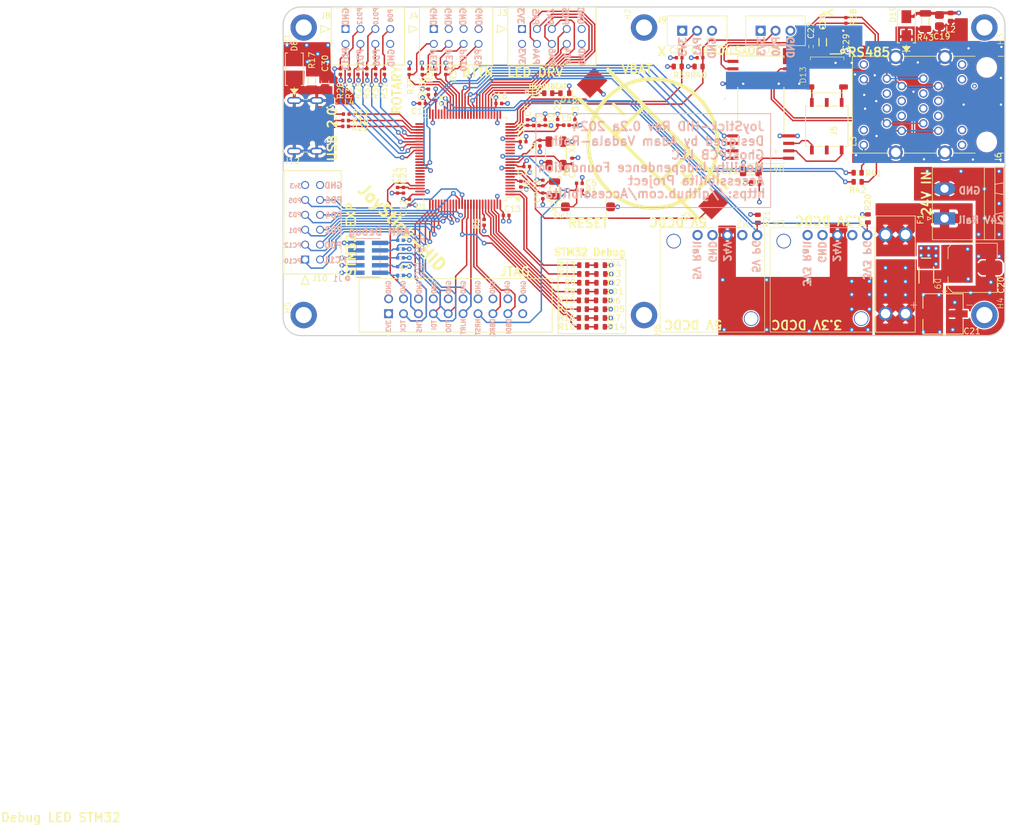
<source format=kicad_pcb>
(kicad_pcb (version 20240108) (generator "pcbnew") (generator_version "8.0")
  (layers (0 "F.Cu" signal) (1 "In1.Cu" signal) (2 "In2.Cu" signal) (31 "B.Cu" signal) (34 "B.Paste" user) (35 "F.Paste" user) (36 "B.SilkS" user "B.Silkscreen") (37 "F.SilkS" user "F.Silkscreen") (38 "B.Mask" user) (39 "F.Mask" user) (44 "Edge.Cuts" user))
  (net 0 "")
  (net 1 "GND")
  (net 2 "/STM32F446RET6-MCU/VBAT")
  (net 3 "/STM32F446RET6-MCU/VDDA")
  (net 4 "/STM32F446RET6-MCU/NRST")
  (net 5 "/STM32F446RET6-MCU/VCAP1")
  (net 6 "+3.3V")
  (net 7 "Earth")
  (net 8 "+5V")
  (net 9 "Net-(D3-Pad1)")
  (net 10 "Net-(D4-Pad1)")
  (net 11 "Net-(D5-Pad1)")
  (net 12 "Net-(D6-Pad1)")
  (net 13 "Net-(D7-Pad1)")
  (net 18 "/STM32F446RET6-MCU/DBG_DBRQ")
  (net 19 "Net-(D13-Pad1)")
  (net 20 "Net-(D13-Pad2)")
  (net 22 "/STM32F446RET6-MCU/LED_DRIVER_XLAT")
  (net 23 "/STM32F446RET6-MCU/LED_DRIVER_SCLK")
  (net 24 "/STM32F446RET6-MCU/LED_DRIVER_BLANK2")
  (net 25 "/STM32F446RET6-MCU/LED_DRIVER_MOSI")
  (net 26 "/STM32F446RET6-MCU/LED_DRIVER_BLANK")
  (net 27 "/STM32F446RET6-MCU/LED_DRIVER_XLAT2")
  (net 28 "/STM32F446RET6-MCU/SWDIO_TMS")
  (net 29 "/STM32F446RET6-MCU/SWCLK_TCK")
  (net 30 "/STM32F446RET6-MCU/SWO_TDO")
  (net 31 "/STM32F446RET6-MCU/SWO_TDI")
  (net 32 "/STM32F446RET6-MCU/NJTRST")
  (net 33 "Net-(U4-ST1)")
  (net 35 "Net-(U4-ST2)")
  (net 37 "/STM32F446RET6-MCU/12V_PG")
  (net 38 "+24V")
  (net 39 "/Power/5V_PG")
  (net 41 "/Power/3.3V_PG")
  (net 43 "/RS485 To Motor Controller Interface/A_RS485")
  (net 44 "/RS485 To Motor Controller Interface/B_RS485")
  (net 45 "/RS485 To Motor Controller Interface/Z_RS485")
  (net 46 "/RS485 To Motor Controller Interface/Y_RS485")
  (net 48 "/RS485 To Motor Controller Interface/RS485_TXD")
  (net 49 "/RS485 To Motor Controller Interface/RS485_RX_EN")
  (net 50 "/RS485 To Motor Controller Interface/RS485_TX_EN")
  (net 51 "/RS485 To Motor Controller Interface/RS485_RXD")
  (net 52 "/STM32F446RET6-MCU/OSC32_IN")
  (net 53 "/STM32F446RET6-MCU/OSC32_OUT")
  (net 54 "/STM32F446RET6-MCU/OSC_IN")
  (net 55 "/STM32F446RET6-MCU/OSC_OUT")
  (net 56 "/JoyStick Interface/JOYSTICK_Y")
  (net 57 "/JoyStick Interface/JOYSTICK_X")
  (net 59 "/STM32F446RET6-MCU/DBG_DBDI")
  (net 60 "/STM32F446RET6-MCU/PE2")
  (net 61 "/STM32F446RET6-MCU/PE3")
  (net 62 "/STM32F446RET6-MCU/PB8")
  (net 63 "/STM32F446RET6-MCU/PB9")
  (net 64 "/STM32F446RET6-MCU/PB7")
  (net 65 "/STM32F446RET6-MCU/VREF+")
  (net 67 "/JoyStick Interface/ROTARY1_POLE1")
  (net 68 "/JoyStick Interface/BUTTON1")
  (net 69 "/JoyStick Interface/BUTTON2")
  (net 70 "/JoyStick Interface/BUTTON3")
  (net 71 "/JoyStick Interface/BUTTON4")
  (net 72 "/JoyStick Interface/ROTARY1_POLE2")
  (net 73 "/JoyStick Interface/ROTARY1_POLE3")
  (net 74 "/JoyStick Interface/ROTARY2_POLE1")
  (net 75 "/JoyStick Interface/ROTARY2_POLE2")
  (net 76 "/JoyStick Interface/ROTARY2_POLE3")
  (net 77 "Net-(U1-BOOT0)")
  (net 78 "Net-(J12-VBUS-Pad11)")
  (net 88 "/STM32F446RET6-MCU/VCAP2")
  (net 103 "/RS485 To Motor Controller Interface/RS485_TX_LED")
  (net 104 "/RS485 To Motor Controller Interface/RS485_RX_LED")
  (net 105 "/RS485 To Motor Controller Interface/RJ45_SHIELD")
  (net 106 "Net-(D1-Pad1)")
  (net 107 "Net-(D2-Pad1)")
  (net 108 "/STM32F446RET6-MCU/PE0")
  (net 109 "/STM32F446RET6-MCU/PE1")
  (net 110 "Net-(D14-Pad1)")
  (net 111 "/STM32F446RET6-MCU/PD7")
  (net 112 "/STM32F446RET6-MCU/PD0")
  (net 113 "/STM32F446RET6-MCU/PD1")
  (net 114 "/STM32F446RET6-MCU/PD2")
  (net 115 "/STM32F446RET6-MCU/PD3")
  (net 116 "/STM32F446RET6-MCU/PD4")
  (net 117 "/STM32F446RET6-MCU/PD5")
  (net 118 "/STM32F446RET6-MCU/PD6")
  (net 119 "/STM32F446RET6-MCU/PC10")
  (net 120 "/STM32F446RET6-MCU/PC11")
  (net 121 "/STM32F446RET6-MCU/PC12")
  (net 122 "Net-(D18-Pad1)")
  (net 123 "/STM32F446RET6-MCU/PA2")
  (net 126 "Net-(U1-PB14)")
  (net 127 "Net-(U1-PB15)")
  (net 128 "Net-(C30-Pad1)")
  (net 129 "Net-(U1-PB13)")
  (net 130 "Net-(J12-D+-Pad6)")
  (net 131 "Net-(J12-D--Pad5)")
  (net 132 "Net-(F1-Pad2)")
  (net 138 "Net-(J5-Pad12)")
  (net 139 "Net-(J5-Pad10)")
  (footprint "AVR-KiCAD-Lib-Resistors:R0402" (layer "F.Cu") (at 120.5 85.233 -90)
    (property "Reference" "C23")
    (property "Value" "C0402C104K9PACTU" (hide yes))
  )
  (footprint "AVR-KiCAD-Lib-Resistors:R0603" (layer "F.Cu") (at 197.9 83.8 180)
    (property "Reference" "R42")
    (property "Value" "RC0603FR-07470RL" (hide yes))
  )
  (footprint "AVR-KiCAD-Lib-Resistors:R0402" (layer "F.Cu") (at 136.75 70.443198)
    (property "Reference" "C16")
    (property "Value" "C0402C104K9PACTU" (hide yes))
  )
  (footprint "AVR-KiCAD-Lib-Capacitors:C0402" (layer "F.Cu") (at 149.25 80.253698 90)
    (property "Reference" "C2")
    (property "Value" "GCM1555C1H180GA16D" (hide yes))
  )
  (footprint "AVR-KiCAD-Lib-Resistors:R0402" (layer "F.Cu") (at 127.73 65.016 90)
    (property "Reference" "R34")
    (property "Value" "RC0402FR-072K2L" (hide yes))
  )
  (footprint "AVR-KiCAD-Lib-Resistors:R0402" (layer "F.Cu") (at 123.75 70.443198 180)
    (property "Reference" "C11")
    (property "Value" "C0402C104K9PACTU" (hide yes))
  )
  (footprint "AVR-KiCAD-Lib-Resistors:R0402" (layer "F.Cu") (at 140.9 76.95)
    (property "Reference" "C15")
    (property "Value" "C0402C104K9PACTU" (hide yes))
  )
  (footprint "AVR-KiCAD-Lib-Diodes:SMAJ30CA" (layer "F.Cu") (at 206.2 57.35 90)
    (property "Reference" "D19")
    (property "Value" "SMAJ30CA" (hide yes))
  )
  (footprint "AVR-KiCAD-Lib-Resistors:R0402" (layer "F.Cu") (at 171.04 62.65 180)
    (property "Reference" "C18")
    (property "Value" "C0402C104K9PACTU" (hide yes))
  )
  (footprint "AVR-KiCAD-Lib-Holes_Fasteners:RPI_HAT_HOLE" (layer "F.Cu") (at 103.5 106.5 90)
    (property "Reference" "H5")
    (property "Value" "MountingHole_Pad" (hide yes))
  )
  (footprint "AVR-KiCAD-Lib-Connectors:Shrouded_Pin_Header_Straight_1x03_Pitch2.54mm" (layer "F.Cu") (at 168 58.05 90)
    (property "Reference" "J9")
    (property "Value" "0705430002" (hide yes))
  )
  (footprint "AVR-KiCAD-Lib-Resistors:R0603" (layer "F.Cu") (at 199.65 90.03 90)
    (property "Reference" "R20")
    (property "Value" "RC0603FR-072K2L" (hide yes))
  )
  (footprint "AVR-KiCAD-Lib-Connectors:CON_901301108_MOL" (layer "F.Cu") (at 110.63 57.75)
    (property "Reference" "J8")
    (property "Value" "0901301108" (hide yes))
  )
  (footprint "AVR-KiCAD-Lib-Diodes:LED0603" (layer "F.Cu") (at 154.07 104)
    (property "Reference" "D6")
    (property "Value" "LTST-C194TBKT" (hide yes))
  )
  (footprint "AVR-KiCAD-Lib-ICs:21-0145_W28M&plus_9_MXM" (layer "F.Cu") (at 181.4 71.525 180)
    (property "Reference" "U4")
    (property "Value" "MAX3535ECWI+T" (hide yes))
  )
  (footprint "AVR-KiCAD-Lib-Fuse-Holders:FUSE_3557-2" (layer "F.Cu") (at 204.35 99.515 90)
    (property "Reference" "F1")
    (property "Value" "3557-2" (hide yes))
  )
  (footprint "AVR-KiCAD-Lib-Resistors:R0603" (layer "F.Cu") (at 151.14 102.5)
    (property "Reference" "R8")
    (property "Value" "RC0603FR-07470RL" (hide yes))
  )
  (footprint "AVR-KiCAD-Lib-Diodes:LED0603" (layer "F.Cu") (at 154.14 102.5)
    (property "Reference" "D1")
    (property "Value" "LTST-C194TBKT" (hide yes))
  )
  (footprint "AVR-KiCAD-Lib-Capacitors:C0402" (layer "F.Cu") (at 144.25 86.186698 90)
    (property "Reference" "C9")
    (property "Value" "CL05C090CB5NNNC" (hide yes))
  )
  (footprint "AVR-KiCAD-Lib-Battery-Holders:BU2032SM-JJ-GTR" (layer "F.Cu") (at 163 77.25 135)
    (property "Reference" "J2")
    (property "Value" "BU2032SM-JJ-GTR" (hide yes))
  )
  (footprint "AVR-KiCAD-Lib-Resistors:R0402" (layer "F.Cu") (at 115.75 65 -90)
    (property "Reference" "R30")
    (property "Value" "RC0402FR-072K2L" (hide yes))
  )
  (footprint "AVR-KiCAD-Lib-Capacitors:CP_Elec_8x10" (layer "F.Cu") (at 217.5 98.45)
    (property "Reference" "C20")
    (property "Value" "UUQ1H470MCL1GS" (hide yes))
  )
  (footprint "AVR-KiCAD-Lib-Resistors:R0402" (layer "F.Cu") (at 124.75 68.483 90)
    (property "Reference" "C1")
    (property "Value" "C0402C104K9PACTU" (hide yes))
  )
  (footprint "AVR-KiCAD-Lib-Resistors:R0402" (layer "F.Cu") (at 150.483 84.041)
    (property "Reference" "C5")
    (property "Value" "C0402C104K9PACTU" (hide yes))
  )
  (footprint "AVR-KiCAD-Lib-Resistors:R0402" (layer "F.Cu") (at 110.65 74.35 180)
    (property "Reference" "R22")
    (property "Value" "RC0402FR-0722RL" (hide yes))
  )
  (footprint "AVR-KiCAD-Lib-Resistors:R0402" (layer "F.Cu") (at 117.25 65 -90)
    (property "Reference" "R31")
    (property "Value" "RC0402FR-072K2L" (hide yes))
  )
  (footprint "AVR-KiCAD-Lib-Resistors:R0402" (layer "F.Cu") (at 195.9 56.292 -90)
    (property "Reference" "R38")
    (property "Value" "AC0402FR-07120RL" (hide yes))
  )
  (footprint "AVR-KiCAD-Lib-Resistors:R0402" (layer "F.Cu") (at 112.75 65 -90)
    (property "Reference" "R29")
    (property "Value" "RC0402FR-072K2L" (hide yes))
  )
  (footprint "AVR-KiCAD-Lib-Resistors:R0603" (layer "F.Cu") (at 151.14 101)
    (property "Reference" "R9")
    (property "Value" "RC0603FR-07470RL" (hide yes))
  )
  (footprint "AVR-KiCAD-Lib-Diodes:LED0603" (layer "F.Cu") (at 148 68.693198)
    (property "Reference" "D18")
    (property "Value" "LTST-C194TBKT" (hide yes))
  )
  (footprint "AVR-KiCAD-Lib-Resistors:R0603" (layer "F.Cu") (at 197.9 82.25 180)
    (property "Reference" "R41")
    (property "Value" "RC0603FR-07470RL" (hide yes))
  )
  (footprint "AVR-KiCAD-Lib-Resistors:R0402" (layer "F.Cu") (at 126 65.033 90)
    (property "Reference" "R35")
    (property "Value" "RC0402FR-072K2L" (hide yes))
  )
  (footprint "AVR-KiCAD-Lib-Capacitors:C0805" (layer "F.Cu") (at 211.84 56.315 90)
    (property "Reference" "C19")
    (property "Value" "C0805C103KCRACAUTO" (hide yes))
  )
  (footprint "AVR-KiCAD-Lib-Resistors:R0603" (layer "F.Cu") (at 167.24 64.15 180)
    (property "Reference" "R39")
    (property "Value" "RT0603BRD071ML" (hide yes))
  )
  (footprint "AVR-KiCAD-Lib-Inductors:BLM15HG601SN1D" (layer "F.Cu") (at 143.15 74.193198 180)
    (property "Reference" "L1")
    (property "Value" "BLM15HG601SN1D" (hide yes))
  )
  (footprint "AVR-KiCAD-Lib-Capacitors:C1206" (layer "F.Cu") (at 191.95 60 -90)
    (property "Reference" "C28")
    (property "Value" "CGA5L3X5R1V106K160AB" (hide yes))
  )
  (footprint "AVR-KiCAD-Lib-Diodes:LED0603" (layer "F.Cu") (at 154.14 99.5)
    (property "Reference" "D3")
    (property "Value" "LTST-C194TBKT" (hide yes))
  )
  (footprint "AVR-KiCAD-Lib-Connectors:CON_901301210_MOL" (layer "F.Cu") (at 140.71 57.75)
    (property "Reference" "J3")
    (property "Value" "0901301210" (hide yes))
  )
  (footprint "AVR-KiCAD-Lib-Resistors:R0603" (layer "F.Cu") (at 151.14 98)
    (property "Reference" "R13")
    (property "Value" "RC0603FR-07470RL" (hide yes))
  )
  (footprint "AVR-KiCAD-Lib-Resistors:R0402" (layer "F.Cu") (at 141.65 73.693198 90)
    (property "Reference" "C7")
    (property "Value" "C0402C104K9PACTU" (hide yes))
  )
  (footprint "AVR-KiCAD-Lib-Resistors:R0402" (layer "F.Cu") (at 144.65 73.693198 90)
    (property "Reference" "C10")
    (property "Value" "C0402C104K9PACTU" (hide yes))
  )
  (footprint "AVR-KiCAD-Lib-Resistors:R0402" (layer "F.Cu") (at 123.73 65.033 90)
    (property "Reference" "R36")
    (property "Value" "RC0402FR-072K2L" (hide yes))
  )
  (footprint "AVR-KiCAD-Lib-Resistors:R0402" (layer "F.Cu") (at 109.75 65 -90)
    (property "Reference" "R28")
    (property "Value" "RC0402FR-072K2L" (hide yes))
  )
  (footprint "AVR-KiCAD-Lib-Resistors:R0402" (layer "F.Cu") (at 121.48 65.033 90)
    (property "Reference" "R37")
    (property "Value" "RC0402FR-072K2L" (hide yes))
  )
  (footprint "AVR-KiCAD-Lib-Resistors:R0603" (layer "F.Cu") (at 151.07 104)
    (property "Reference" "R15")
    (property "Value" "RC0603FR-07470RL" (hide yes))
  )
  (footprint "AVR-KiCAD-Lib-Holes_Fasteners:RPI_HAT_HOLE" (layer "F.Cu") (at 219.5 106.5 90)
    (property "Reference" "H4")
    (property "Value" "MountingHole_Pad" (hide yes))
  )
  (footprint "AVR-KiCAD-Lib-Resistors:R0402" (layer "F.Cu") (at 140.5 84.193198 -90)
    (property "Reference" "C6")
    (property "Value" "C0402C104K9PACTU" (hide yes))
  )
  (footprint "AVR-KiCAD-Lib-Capacitors:C0402" (layer "F.Cu") (at 144.25 84.003698 -90)
    (property "Reference" "C8")
    (property "Value" "CL05C090CB5NNNC" (hide yes))
  )
  (footprint "AVR-KiCAD-Lib-Connectors:Shrouded_Pin_Header_Straight_1x03_Pitch2.54mm" (layer "F.Cu") (at 181.37 58.05 90)
    (property "Reference" "J11")
    (property "Value" "0705430002" (hide yes))
  )
  (footprint "AVR-KiCAD-Lib-Transformers:SO6_Q4470-CL_C-SIZE_COC" (layer "F.Cu") (at 192.636196 74.3263 90)
    (property "Reference" "L3")
    (property "Value" "Q4470-CL" (hide yes))
  )
  (footprint "AVR-KiCAD-Lib-Resistors:R0402" (layer "F.Cu") (at 138 89.5)
    (property "Reference" "C13")
    (property "Value" "C0402C104K9PACTU" (hide yes))
  )
  (footprint "AVR-KiCAD-Lib-Capacitors:CAP_UUQ_6P3X5P4_NCH" (layer "F.Cu") (at 212.45 106.3)
    (property "Reference" "C21")
    (property "Value" "UUQ1H100MCL1GB" (hide yes))
  )
  (footprint "AVR-KiCAD-Lib-Resistors:R1206" (layer "F.Cu") (at 209.44 56.415 -90)
    (property "Reference" "R43")
    (property "Value" "RC1206FR-071ML" (hide yes))
  )
  (footprint "AVR-KiCAD-Lib-Resistors:R0402" (layer "F.Cu") (at 141.5 81.193198)
    (property "Reference" "C14")
    (property "Value" "C0402C104K9PACTU" (hide yes))
  )
  (footprint "AVR-KiCAD-Lib-Diodes:SMAJ" (layer "F.Cu") (at 209.55 99.7 -90)
    (property "Reference" "D9")
    (property "Value" "SMAJ24A" (hide yes))
  )
  (footprint "AVR-KiCAD-Lib-Holes_Fasteners:RPI_HAT_HOLE" (layer "F.Cu") (at 219.5 57.5 90)
    (property "Reference" "H3")
    (property "Value" "MountingHole_Pad" (hide yes))
  )
  (footprint "AVR-KiCAD-Lib-Diodes:LED0603" (layer "F.Cu") (at 154.14 101)
    (property "Reference" "D2")
    (property "Value" "LTST-C194TBKT" (hide yes))
  )
  (footprint "AVR-KiCAD-Lib-Connectors:CON_901301108_MOL" (layer "F.Cu") (at 125.67 57.75)
    (property "Reference" "J4")
    (property "Value" "0901301108" (hide yes))
  )
  (footprint "AVR-KiCAD-Lib-Resistors:R0402" (layer "F.Cu") (at 167.49 62.65 180)
    (property "Reference" "C17")
    (property "Value" "C0402C104K9PACTU" (hide yes))
  )
  (footprint "AVR-KiCAD-Lib-Resistors:R0402" (layer "F.Cu") (at 149.725 73.7 90)
    (property "Reference" "C31")
    (property "Value" "C0402C104K9PACTU" (hide yes))
  )
  (footprint "AVR-KiCAD-Lib-Resistors:R0603" (layer "F.Cu") (at 151.07 107)
    (property "Reference" "R16")
    (property "Value" "RC0603FR-07470RL" (hide yes))
  )
  (footprint "AVR-KiCAD-Lib-Resistors:R0402" (layer "F.Cu") (at 110.75 72.25 180)
    (property "Reference" "R11")
    (property "Value" "RC0402FR-0710KL" (hide yes))
  )
  (footprint "AVR-KiCAD-Lib-Resistors:R0402" (layer "F.Cu") (at 111.25 65.017 -90)
    (property "Reference" "R33")
    (property "Value" "RC0402FR-072K2L" (hide yes))
  )
  (footprint "AVR-KiCAD-Lib-Resistors:R0603" (layer "F.Cu") (at 151.14 99.5)
    (property "Reference" "R12")
    (property "Value" "RC0603FR-07470RL" (hide yes))
  )
  (footprint "AVR-KiCAD-Lib-Oscillators:ABS07-32.768KHZ-9-T" (layer "F.Cu") (at 146.25 85.003698 -90)
    (property "Reference" "X2")
    (property "Value" "ABS07-32.768KHZ-9-T" (hide yes))
  )
  (footprint "AVR-KiCAD-Lib-Capacitors:C0805" (layer "F.Cu") (at 107.15 66.85 90)
    (property "Reference" "C30")
    (property "Value" "C0805C103KCRACAUTO" (hide yes))
  )
  (footprint "AVR-KiCAD-Lib-Connectors:PhoenixContact_MSTBA-G_02x5.08mm_Angled" (layer "F.Cu") (at 212.7075 90.04 90)
    (property "Reference" "J6")
    (property "Value" "1757242" (hide yes))
  )
  (footprint "AVR-KiCAD-Lib-Resistors:R0402" (layer "F.Cu") (at 121.5 87.25 -90)
    (property "Reference" "C12")
    (property "Value" "C0402C104K9PACTU" (hide yes))
  )
  (footprint "AVR-KiCAD-Lib-Resistors:R0402" (layer "F.Cu") (at 134.25 90.693198 90)
    (property "Reference" "R5")
    (property "Value" "RC0402FR-0710KL" (hide yes))
  )
  (footprint "AVR-KiCAD-Lib-Capacitors:C0402" (layer "F.Cu") (at 119.5 85.233 -90)
    (property "Reference" "C24")
    (property "Value" "GRM155R60J475ME47D" (hide yes))
  )
  (footprint "AVR-KiCAD-Lib-Resistors:R0402" (layer "F.Cu") (at 114.25 65 -90)
    (property "Reference" "R32")
    (property "Value" "RC0402FR-072K2L" (hide yes))
  )
  (footprint "AVR-KiCAD-Lib-Resistors:R0603" (layer "F.Cu") (at 145.18 68.693198)
    (property "Reference" "R19")
    (property "Value" "RC0603FR-07470RL" (hide yes))
  )
  (footprint "AVR-KiCAD-Lib-Resistors:R0603" (layer "F.Cu") (at 151.07 105.5)
    (property "Reference" "R14")
    (property "Value" "RC0603FR-07470RL" (hide yes))
  )
  (footprint "AVR-KiCAD-Lib-Diodes:LED0603" (layer "F.Cu") (at 154.07 98)
    (property "Reference" "D4")
    (property "Value" "LTST-C194TBKT" (hide yes))
  )
  (footprint "AVR-KiCAD-Lib-Mech-Switches:PTS636 SM43 SMTR LFS" (layer "F.Cu") (at 151.95 88.05 180)
    (property "Reference" "SW1")
    (property "Value" "PTS636 SM43 SMTR LFS" (hide yes))
  )
  (footprint "AVR-KiCAD-Lib-Modules:D24V22F12" (layer "F.Cu") (at 199.53 92.87 180)
    (property "Reference" "M3")
    (property "Value" "D24V22F3" (hide yes))
  )
  (footprint "AVR-KiCAD-Lib-Inductors:BLM15HG601SN1D" (layer "F.Cu") (at 148.275 74.15 180)
    (property "Reference" "L5")
    (property "Value" "BLM15HG601SN1D" (hide yes))
  )
  (footprint "AVR-KiCAD-Lib-Modules:D24V22F12" (layer "F.Cu") (at 180.78 92.87 180)
    (property "Reference" "M2")
    (property "Value" "D24V22F5" (hide yes))
  )
  (footprint "AVR-KiCAD-Lib-Holes_Fasteners:RPI_HAT_HOLE" (layer "F.Cu") (at 161.5 106.5 90)
    (property "Reference" "H6")
    (property "Value" "MountingHole_Pad" (hide yes))
  )
  (footprint "AVR-KiCAD-Lib-Resistors:R0603" (layer "F.Cu") (at 170.79 64.15 180)
    (property "Reference" "R40")
    (property "Value" "RT0603BRD071ML" (hide yes))
  )
  (footprint "AVR-KiCAD-Lib-Capacitors:C0603" (layer "F.Cu") (at 180.45 84)
    (property "Reference" "C25")
    (property "Value" "CL10B104JB8NNNC" (hide yes))
  )
  (footprint "AVR-KiCAD-Lib-Capacitors:C1206" (layer "F.Cu") (at 179.7 82)
    (property "Reference" "C26")
    (property "Value" "CGA5L3X5R1V106K160AB" (hide yes))
  )
  (footprint "AVR-KiCAD-Lib-Connectors:JAE_DX07S016JA1R1500" (layer "F.Cu") (at 105 74.25 -90)
    (property "Reference" "J12")
    (property "Value" "DX07S016JA1R1500" (hide yes))
  )
  (footprint "Package_QFP:LQFP-100_14x14mm_P0.5mm" (layer "F.Cu") (at 131 79.943198 180)
    (property "Reference" "U1")
    (property "Value" "STM32F446VETx" (hide yes))
  )
  (footprint "AVR-KiCAD-Lib-Holes_Fasteners:RPI_HAT_HOLE" (layer "F.Cu") (at 103.5 57.5 90)
    (property "Reference" "H1")
    (property "Value" "MountingHole_Pad" (hide yes))
  )
  (footprint "AVR-KiCAD-Lib-Resistors:R0402" (layer "F.Cu") (at 146.775 73.65 90)
    (property "Reference" "C22")
    (property "Value" "C0402C104K9PACTU" (hide yes))
  )
  (footprint "AVR-KiCAD-Lib-Inductors:MI0603K300R-10" (layer "F.Cu") (at 109 70)
    (property "Reference" "L4")
    (property "Value" "MI0603K300R-10" (hide yes))
  )
  (footprint "AVR-KiCAD-Lib-Connectors:AMPHENOL_RJSAE538A02" (layer "F.Cu") (at 219.89 70.655 90)
    (property "Reference" "J5")
    (property "Value" "RJSAE-538A-02" (hide yes))
  )
  (footprint "AVR-KiCAD-Lib-Capacitors:C0402" (layer "F.Cu") (at 143.75 77.193198 -90)
    (property "Reference" "C4")
    (property "Value" "GCM1555C1H180GA16D" (hide yes))
  )
  (footprint "AVR-KiCAD-Lib-Resistors:R1206" (layer "F.Cu") (at 104.9 66.6 -90)
    (property "Reference" "R17")
    (property "Value" "RC1206FR-071ML" (hide yes))
  )
  (footprint "AVR-KiCAD-Lib-Diodes:LED0603" (layer "F.Cu") (at 154.07 107)
    (property "Reference" "D7")
    (property "Value" "LTST-C194TBKT" (hide yes))
  )
  (footprint "AVR-KiCAD-Lib-Diodes:LED0603" (layer "F.Cu") (at 154.07 105.5)
    (property "Reference" "D5")
    (property "Value" "LTST-C194TBKT" (hide yes))
  )
  (footprint "AVR-KiCAD-Lib-Diodes:SMAJ30CA" (layer "F.Cu") (at 101.9 64.6 90)
    (property "Reference" "D8")
    (property "Value" "SMAJ30CA" (hide yes))
  )
  (footprint "AVR-KiCAD-Lib-Oscillators:ABM3B8.000MHZB2T" (layer "F.Cu") (at 146.5 78.943198 90)
    (property "Reference" "X1")
    (property "Value" "ABM3B-8.000MHZ-B2-T" (hide yes))
  )
  (footprint "AVR-KiCAD-Lib-Diodes:D_SOD-123" (layer "F.Cu") (at 194.2 59.75 90)
    (property "Reference" "C29")
    (property "Value" "C1206C105K3RACAUTO" (hide yes))
  )
  (footprint "AVR-KiCAD-Lib-Connectors:CON_901301212_MOL" (layer "F.Cu") (at 103.75 97.04 90)
    (property "Reference" "J10")
    (property "Value" "0901301210" (hide yes))
  )
  (footprint "AVR-KiCAD-Lib-Inductors:MI0603K300R-10" (layer "F.Cu") (at 213.74 55.715 90)
    (property "Reference" "L2")
    (property "Value" "MI0603K300R-10" (hide yes))
  )
  (footprint "AVR-KiCAD-Lib-Connectors:SULLINS_SBH11-PBPC-D10-ST-BK" (layer "F.Cu") (at 129.4 105)
    (property "Reference" "J7")
    (property "Value" "SBH11-PBPC-D10-ST-BK" (hide yes))
  )
  (footprint "AVR-KiCAD-Lib-Diodes:LED0603" (layer "F.Cu") (at 154.07 108.5)
    (property "Reference" "D14")
    (property "Value" "LTST-C194TBKT" (hide yes))
  )
  (footprint "AVR-KiCAD-Lib-Capacitors:C0402" (layer "F.Cu") (at 126 69.426198 90)
    (property "Reference" "C3")
    (property "Value" "GRM155R60J475ME47D" (hide yes))
  )
  (footprint "AVR-KiCAD-Lib-Diodes:LMB110S-TP" (layer "F.Cu") (at 192.636196 65.5763 -90)
    (property "Reference" "D13")
    (property "Value" "LMB110S-TP" (hide yes))
  )
  (footprint "AVR-KiCAD-Lib-Resistors:R0603" (layer "F.Cu") (at 180.9 90.1 90)
    (property "Reference" "R21")
    (property "Value" "RC0603FR-072K2L" (hide yes))
  )
  (footprint "AVR-KiCAD-Lib-Resistors:R0603" (layer "F.Cu") (at 151.07 108.5)
    (property "Reference" "R10")
    (property "Value" "RC0603FR-07470RL" (hide yes))
  )
  (footprint "AVR-KiCAD-Lib-Resistors:R0402" (layer "F.Cu") (at 150.5 85.25 180)
    (property "Reference" "R1")
    (property "Value" "RC0402FR-071KL" (hide yes))
  )
  (footprint "AVR-KiCAD-Lib-Resistors:R0402" (layer "F.Cu") (at 110.65 73.35 180)
    (property "Reference" "R18")
    (property "Value" "RC0402FR-0722RL" (hide yes))
  )
  (footprint "AVR-KiCAD-Lib-Holes_Fasteners:RPI_HAT_HOLE" (layer "F.Cu") (at 161.5 57.5 90)
    (property "Reference" "H2")
    (property "Value" "MountingHole_Pad" (hide yes))
  )
  (footprint "AVR-KiCAD-Lib-Capacitors:C0603" (layer "F.Cu") (at 189.95 60.75 -90)
    (property "Reference" "C27")
    (property "Value" "CL10B104JB8NNNC" (hide yes))
  )
  (footprint "AVR-KiCAD-Lib-Connectors:20021121-00010C4LF" (layer "B.Cu") (at 114.5 96.75)
    (property "Reference" "J1")
    (property "Value" "20021121-00010C4LF" (hide yes))
  )
  (footprint "AVR-KiCAD-Lib-Resistors:R0402" (layer "B.Cu") (at 120 96.75 180)
    (property "Reference" "R4" (hide yes))
    (property "Value" "RC0402FR-071KL" (hide yes))
  )
  (footprint "AVR-KiCAD-Lib-Resistors:R0402" (layer "B.Cu") (at 120 99.75 180)
    (property "Reference" "R2")
    (property "Value" "RC0402FR-071KL" (hide yes))
  )
  (footprint "AVR-KiCAD-Lib-Resistors:R0402" (layer "B.Cu") (at 120 98.25 180)
    (property "Reference" "R3")
    (property "Value" "RC0402FR-071KL" (hide yes))
  )
  (footprint "AVR-KiCAD-Lib-Resistors:R0402" (layer "B.Cu") (at 120 95.25 180)
    (property "Reference" "R6")
    (property "Value" "RC0402FR-071KL" (hide yes))
  )
  (footprint "AVR-KiCAD-Lib-Resistors:R0402" (layer "B.Cu") (at 120 93.75 180)
    (property "Reference" "R7")
    (property "Value" "RC0402FR-071KL" (hide yes))
  )
  (gr_line (start 183.070711 72.179288) (end 143.070711 72.179288) (stroke (width 0.15)) (layer "B.SilkS"))
  (gr_line (start 143.070711 88.179288) (end 183.070711 88.179288) (stroke (width 0.15)) (layer "B.SilkS"))
  (gr_line (start 183.070711 88.179288) (end 183.070711 72.179288) (stroke (width 0.15)) (layer "B.SilkS"))
  (gr_line (start 143.070711 72.179288) (end 143.070711 88.179288) (stroke (width 0.15)) (layer "B.SilkS"))
  (gr_line (start 158.39 107.55) (end 158.39 97) (stroke (width 0.15)) (layer "F.SilkS"))
  (gr_line (start 157.79 97) (end 158.39 97) (stroke (width 0.15)) (layer "F.SilkS"))
  (gr_line (start 158.39 107.55) (end 158.39 109.65) (stroke (width 0.15)) (layer "F.SilkS"))
  (gr_line (start 157.79 97) (end 146.84 97) (stroke (width 0.15)) (layer "F.SilkS"))
  (gr_line (start 146.84 109.65) (end 146.84 97) (stroke (width 0.15)) (layer "F.SilkS"))
  (gr_arc (start 139.75 86.75) (mid 140.25 86.75) (end 139.75 86.75) (stroke (width 0.4)) (layer "F.SilkS"))
  (gr_line (start 158.39 109.65) (end 146.84 109.65) (stroke (width 0.15)) (layer "F.SilkS"))
  (gr_arc (start 100 57) (mid 100.87868 54.87868) (end 103 54) (stroke (width 0.2)) (layer "Edge.Cuts"))
  (gr_line (start 223 107) (end 223 57) (stroke (width 0.2)) (layer "Edge.Cuts"))
  (gr_line (start 100 107) (end 100 57) (stroke (width 0.2)) (layer "Edge.Cuts"))
  (gr_line (start 103 110) (end 220 110) (stroke (width 0.2)) (layer "Edge.Cuts"))
  (gr_arc (start 220 54) (mid 222.12132 54.87868) (end 223 57) (stroke (width 0.2)) (layer "Edge.Cuts"))
  (gr_line (start 103 54) (end 220 54) (stroke (width 0.2)) (layer "Edge.Cuts"))
  (gr_arc (start 223 107) (mid 222.12132 109.12132) (end 220 110) (stroke (width 0.2)) (layer "Edge.Cuts"))
  (gr_arc (start 103 110) (mid 100.87868 109.12132) (end 100 107) (stroke (width 0.2)) (layer "Edge.Cuts"))
  (gr_text "3V3 PG" (at 198.75 100.65 270) (layer "B.SilkS") (effects (font (size 1.2 1.2) (thickness 0.3) (bold yes)) (justify left bottom mirror)))
  (gr_text "PA4" (at 142.5 64 -90) (layer "B.SilkS") (effects (font (size 1 1) (thickness 0.3) (bold yes)) (justify left bottom mirror)))
  (gr_text "GND" (at 123.65 100.5 90) (layer "B.SilkS") (effects (font (size 0.75 0.75) (thickness 0.1875) (bold yes)) (justify left bottom mirror)))
  (gr_text "PD3" (at 103.25 89.85 0) (layer "B.SilkS") (effects (font (size 0.75 0.75) (thickness 0.3) (bold yes)) (justify left bottom mirror)))
  (gr_text "GND" (at 131.25 54 90) (layer "B.SilkS") (effects (font (size 1 1) (thickness 0.25) (bold yes)) (justify left bottom mirror)))
  (gr_text "PC11" (at 111 97.7 0) (layer "B.SilkS") (effects (font (size 1 1) (thickness 0.3) (bold yes)) (justify left bottom mirror)))
  (gr_text "PD13" (at 111.25 60.75 90) (layer "B.SilkS") (effects (font (size 1 1) (thickness 0.25) (bold yes)) (justify left bottom mirror)))
  (gr_text "PD2" (at 110.25 92.6 0) (layer "B.SilkS") (effects (font (size 1 1) (thickness 0.3) (bold yes)) (justify left bottom mirror)))
  (gr_text "PD5" (at 103.25 87.45 0) (layer "B.SilkS") (effects (font (size 0.75 0.75) (thickness 0.3) (bold yes)) (justify left bottom mirror)))
  (gr_text "3V3" (at 118.4 107.25 90) (layer "B.SilkS") (effects (font (size 0.75 0.75) (thickness 0.1875) (bold yes)) (justify left bottom mirror)))
  (gr_text "PD4" (at 110.25 90.1 0) (layer "B.SilkS") (effects (font (size 1 1) (thickness 0.3) (bold yes)) (justify left bottom mirror)))
  (gr_text "TDO\n" (at 128.65 107.25 90) (layer "B.SilkS") (effects (font (size 0.75 0.75) (thickness 0.1875) (bold yes)) (justify left bottom mirror)))
  (gr_text "PC4" (at 147.8 64 -90) (layer "B.SilkS") (effects (font (size 1 1) (thickness 0.3) (bold yes)) (justify left bottom mirror)))
  (gr_text "GND" (at 110.25 85 0) (layer "B.SilkS") (effects (font (size 1 1) (thickness 0.3) (bold yes)) (justify left bottom mirror)))
  (gr_text "3V3" (at 168.8 58.95 90) (layer "B.SilkS") (effects (font (size 1.2 1.2) (thickness 0.3) (bold yes)) (justify left bottom mirror)))
  (gr_text "Accessibilita Project" (at 182.170711 84.479288 0) (layer "B.SilkS") (effects (font (size 1.5 1.5) (thickness 0.3) (bold yes)) (justify left bottom mirror)))
  (gr_text "GND" (at 219 86 0) (layer "B.SilkS") (effects (font (size 1.2 1.2) (thickness 0.3) (bold yes)) (justify left bottom mirror)))
  (gr_text "5V Rail" (at 169.75 100.65 270) (layer "B.SilkS") (effects (font (size 1.2 1.2) (thickness 0.3) (bold yes)) (justify left bottom mirror)))
  (gr_text "GND" (at 150.1 57.15 -90) (layer "B.SilkS") (effects (font (size 1 1) (thickness 0.3) (bold yes)) (justify left bottom mirror)))
  (gr_text "GND" (at 126.15 100.5 90) (layer "B.SilkS") (effects (font (size 0.75 0.75) (thickness 0.1875) (bold yes)) (justify left bottom mirror)))
  (gr_text "Designed by Adam Vadala-Roth" (at 182.170711 77.729288 0) (layer "B.SilkS") (effects (font (size 1.5 1.5) (thickness 0.3) (bold yes)) (justify left bottom mirror)))
  (gr_text "PA7" (at 144.9 57.25 -90) (layer "B.SilkS") (effects (font (size 1 1) (thickness 0.3) (bold yes)) (justify left bottom mirror)))
  (gr_text "DBDI" (at 138.9 107 90) (layer "B.SilkS") (effects (font (size 0.75 0.75) (thickness 0.1875) (bold yes)) (justify left bottom mirror)))
  (gr_text "3V3" (at 140.1 63.95 -90) (layer "B.SilkS") (effects (font (size 1 1) (thickness 0.3) (bold yes)) (justify left bottom mirror)))
  (gr_text "PA5" (at 142.4 57.25 -90) (layer "B.SilkS") (effects (font (size 1 1) (thickness 0.3) (bold yes)) (justify left bottom mirror)))
  (gr_text "3V3" (at 139.9 57.05 -90) (layer "B.SilkS") (effects (font (size 1 1) (thickness 0.3) (bold yes)) (justify left bottom mirror)))
  (gr_text "PA6" (at 145.2 64 -90) (layer "B.SilkS") (effects (font (size 1 1) (thickness 0.3) (bold yes)) (justify left bottom mirror)))
  (gr_text "PC10" (at 103.25 97.75 0) (layer "B.SilkS") (effects (font (size 0.75 0.75) (thickness 0.3) (bold yes)) (justify left bottom mirror)))
  (gr_text "GND" (at 128.75 54 90) (layer "B.SilkS") (effects (font (size 1 1) (thickness 0.25) (bold yes)) (justify left bottom mirror)))
  (gr_text "3V3" (at 182.2 58.85 90) (layer "B.SilkS") (effects (font (size 1.2 1.2) (thickness 0.3) (bold yes)) (justify left bottom mirror)))
  (gr_text "GND" (at 118.4 100.5 90) (layer "B.SilkS") (effects (font (size 0.75 0.75) (thickness 0.1875) (bold yes)) (justify left bottom mirror)))
  (gr_text "PD6" (at 110.25 87.5 0) (layer "B.SilkS") (effects (font (size 1 1) (thickness 0.3) (bold yes)) (justify left bottom mirror)))
  (gr_text "5V PG" (at 179.85 99.45 270) (layer "B.SilkS") (effects (font (size 1.2 1.2) (thickness 0.3) (bold yes)) (justify left bottom mirror)))
  (gr_text "NRST" (at 133.65 107 90) (layer "B.SilkS") (effects (font (size 0.75 0.75) (thickness 0.1875) (bold yes)) (justify left bottom mirror)))
  (gr_text "PE9" (at 133.85 61 90) (layer "B.SilkS") (effects (font (size 1 1) (thickness 0.3) (bold yes)) (justify left bottom mirror)))
  (gr_text "GND" (at 150.3 64.15 -90) (layer "B.SilkS") (effects (font (size 1 1) (thickness 0.3) (bold yes)) (justify left bottom mirror)))
  (gr_text "GND" (at 119 61 90) (layer "B.SilkS") (effects (font (size 1 1) (thickness 0.25) (bold yes)) (justify left bottom mirror)))
  (gr_text "GND" (at 131.15 100.5 90) (layer "B.SilkS") (effects (font (size 0.75 0.75) (thickness 0.1875) (bold yes)) (justify left bottom mirror)))
  (gr_text "PD12" (at 113.5 54 90) (layer "B.SilkS") (effects (font (size 0.75 0.75) (thickness 0.1875) (bold yes)) (justify left bottom mirror)))
  (gr_text "PD11" (at 113.75 61 90) (layer "B.SilkS") (effects (font (size 1 1) (thickness 0.25) (bold yes)) (justify left bottom mirror)))
  (gr_text "GND" (at 120.9 100.5 90) (layer "B.SilkS") (effects (font (size 0.75 0.75) (thickness 0.1875) (bold yes)) (justify left bottom mirror)))
  (gr_text "DBRQ" (at 136.15 107 90) (layer "B.SilkS") (effects (font (size 0.75 0.75) (thickness 0.1875) (bold yes)) (justify left bottom mirror)))
  (gr_text "GND" (at 128.65 100.5 90) (layer "B.SilkS") (effects (font (size 0.75 0.75) (thickness 0.1875) (bold yes)) (justify left bottom mirror)))
  (gr_text "PC12" (at 103.25 95.05 0) (layer "B.SilkS") (effects (font (size 0.75 0.75) (thickness 0.3) (bold yes)) (justify left bottom mirror)))
  (gr_text "GND" (at 133.65 100.5 90) (layer "B.SilkS") (effects (font (size 0.75 0.75) (thickness 0.1875) (bold yes)) (justify left bottom mirror)))
  (gr_text "TDI" (at 126.15 107.25 90) (layer "B.SilkS") (effects (font (size 0.75 0.75) (thickness 0.1875) (bold yes)) (justify left bottom mirror)))
  (gr_text "TCK" (at 120.9 107.25 90) (layer "B.SilkS") (effects (font (size 0.75 0.75) (thickness 0.1875) (bold yes)) (justify left bottom mirror)))
  (gr_text "GND" (at 187.2 58.85 90) (layer "B.SilkS") (effects (font (size 1.2 1.2) (thickness 0.3) (bold yes)) (justify left bottom mirror)))
  (gr_text "PE11" (at 128.95 61 90) (layer "B.SilkS") (effects (font (size 1 1) (thickness 0.3) (bold yes)) (justify left bottom mirror)))
  (gr_text "PC5" (at 147.5 57.25 -90) (layer "B.SilkS") (effects (font (size 1 1) (thickness 0.3) (bold yes)) (justify left bottom mirror)))
  (gr_text "PD0" (at 110.15 95.2 0) (layer "B.SilkS") (effects (font (size 1 1) (thickness 0.3) (bold yes)) (justify left bottom mirror)))
  (gr_text "PD1" (at 103.25 92.55 0) (layer "B.SilkS") (effects (font (size 0.75 0.75) (thickness 0.3) (bold yes)) (justify left bottom mirror)))
  (gr_text "ARM Debug" (at 121.75 93 0) (layer "B.SilkS") (effects (font (size 1.25 1.25) (thickness 0.3) (bold yes)) (justify left bottom mirror)))
  (gr_text "PD8" (at 118.75 54.25 90) (layer "B.SilkS") (effects (font (size 0.75 0.75) (thickness 0.1875) (bold yes)) (justify left bottom mirror)))
  (gr_text "GND" (at 138.65 100.5 90) (layer "B.SilkS") (effects (font (size 0.75 0.75) (thickness 0.1875) (bold yes)) (justify left bottom mirror)))
  (gr_text "JoyStick-HID Rev 0.2a 2024" (at 182.170711 75.229288 0) (layer "B.SilkS") (effects (font (size 1.5 1.5) (thickness 0.3) (bold yes)) (justify left bottom mirror)))
  (gr_text "24V" (at 193.6 97.6 270) (layer "B.SilkS") (effects (font (size 1.2 1.2) (thickness 0.3) (bold yes)) (justify left bottom mirror)))
  (gr_text "24V Rail" (at 223 91 0) (layer "B.SilkS") (effects (font (size 1.2 1.2) (thickness 0.3) (bold yes)) (justify left bottom mirror)))
  (gr_text "PA0" (at 184.7 58.85 90) (layer "B.SilkS") (effects (font (size 1.2 1.2) (thickness 0.3) (bold yes)) (justify left bottom mirror)))
  (gr_text "GND" (at 126.25 54 90) (layer "B.SilkS") (effects (font (size 1 1) (thickness 0.25) (bold yes)) (justify left bottom mirror)))
  (gr_text "3V3 Rail" (at 188.5 101.8 270) (layer "B.SilkS") (effects (font (size 1.2 1.2) (thickness 0.3) (bold yes)) (justify left bottom mirror)))
  (gr_text "https://github.com/Accessibilita" (at 182.370711 86.679288 0) (layer "B.SilkS") (effects (font (size 1.5 1.5) (thickness 0.3) (bold yes)) (justify left bottom mirror)))
  (gr_text "PD10" (at 116.25 54 90) (layer "B.SilkS") (effects (font (size 0.75 0.75) (thickness 0.1875) (bold yes)) (justify left bottom mirror)))
  (gr_text "GND" (at 173.8 58.95 90) (layer "B.SilkS") (effects (font (size 1.2 1.2) (thickness 0.3) (bold yes)) (justify left bottom mirror)))
  (gr_text "TMS" (at 123.65 107.25 90) (layer "B.SilkS") (effects (font (size 0.75 0.75) (thickness 0.1875) (bold yes)) (justify left bottom mirror)))
  (gr_text "PD6" (at 116.5 61 90) (layer "B.SilkS") (effects (font (size 1 1) (thickness 0.25) (bold yes)) (justify left bottom mirror)))
  (gr_text "24V" (at 174.95 97.55 270) (layer "B.SilkS") (effects (font (size 1.2 1.2) (thickness 0.3) (bold yes)) (justify left bottom mirror)))
  (gr_text "PA1" (at 171.3 58.95 90) (layer "B.SilkS") (effects (font (size 1.2 1.2) (thickness 0.3) (bold yes)) (justify left bottom mirror)))
  (gr_text "PE12" (at 126.25 61 90) (layer "B.SilkS") (effects (font (size 1 1) (thickness 0.3) (bold yes)) (justify left bottom mirror)))
  (gr_text "GND" (at 136.15 100.5 90) (layer "B.SilkS") (effects (font (size 0.75 0.75) (thickness 0.1875) (bold yes)) (justify left bottom mirror)))
  (gr_text "GND" (at 172.45 97.75 270) (layer "B.SilkS") (effects (font (size 1.2 1.2) (thickness 0.3) (bold yes)) (justify left bottom mirror)))
  (gr_text "3v3" (at 103.25 84.95 0) (layer "B.SilkS") (effects (font (size 0.75 0.75) (thickness 0.1875) (bold yes)) (justify left bottom mirror)))
  (gr_text "GND" (at 191.1 97.8 270) (layer "B.SilkS") (effects (font (size 1.2 1.2) (thickness 0.3) (bold yes)) (justify left bottom mirror)))
  (gr_text "GND" (at 111.25 54 90) (layer "B.SilkS") (effects (font (size 1 1) (thickness 0.25) (bold yes)) (justify left bottom mirror)))
  (gr_text "GhostPCB LLC" (at 182.170711 80.079288 0) (layer "B.SilkS") (effects (font (size 1.5 1.5) (thickness 0.3) (bold yes)) (justify left bottom mirror)))
  (gr_text "NJRT" (at 131.15 107 90) (layer "B.SilkS") (effects (font (size 0.75 0.75) (thickness 0.1875) (bold yes)) (justify left bottom mirror)))
  (gr_text "Mobility Independence Foundation " (at 182.170711 82.229288 0) (layer "B.SilkS") (effects (font (size 1.5 1.5) (thickness 0.3) (bold yes)) (justify left bottom mirror)))
  (gr_text "GND" (at 134 54 90) (layer "B.SilkS") (effects (font (size 1 1) (thickness 0.25) (bold yes)) (justify left bottom mirror)))
  (gr_text "GND" (at 141.4 100.5 90) (layer "B.SilkS") (effects (font (size 0.75 0.75) (thickness 0.1875) (bold yes)) (justify left bottom mirror)))
  (gr_text "PE10" (at 131.35 61 90) (layer "B.SilkS") (effects (font (size 1 1) (thickness 0.3) (bold yes)) (justify left bottom mirror)))
  (gr_text "LED DRV" (at 138 66 0) (layer "F.SilkS") (effects (font (size 1.5 1.5) (thickness 0.3) (bold yes)) (justify left bottom)))
  (gr_text "5V DCDC\n" (at 172.4 89.75 180) (layer "F.SilkS") (effects (font (size 1.5 1.5) (thickness 0.3) (bold yes)) (justify left bottom)))
  (gr_text "STM32 Debug" (at 146 96.5 0) (layer "F.SilkS") (effects (font (size 1.2 1.2) (thickness 0.3) (bold yes)) (justify left bottom)))
  (gr_text "BTTN" (at 130.25 66 0) (layer "F.SilkS") (effects (font (size 1.5 1.5) (thickness 0.3) (bold yes)) (justify left bottom)))
  (gr_text "STM32 EXP" (at 112.468 100.052 90) (layer "F.SilkS") (effects (font (size 1.5 1.5) (thickness 0.3) (bold yes)) (justify left bottom)))
  (gr_text "JTAG" (at 136.75 100 0) (layer "F.SilkS") (effects (font (size 1.5 1.5) (thickness 0.3) (bold yes)) (justify left bottom)))
  (gr_text "USB 2.0" (at 109.25 80.5 90) (layer "F.SilkS") (effects (font (size 1.5 1.5) (thickness 0.3) (bold yes)) (justify left bottom)))
  (gr_text "Y" (at 191.9 54.1 -90) (layer "F.SilkS") (effects (font (size 1.5 1.5) (thickness 0.3) (bold yes)) (justify left bottom)))
  (gr_text "JoyStick-HID" (at 112.25 85.25 -45) (layer "F.SilkS") (effects (font (size 2 2) (thickness 0.45) (bold yes)) (justify left bottom)))
  (gr_text "24V IN" (at 210.5 89.75 90) (layer "F.SilkS") (effects (font (size 1.5 1.5) (thickness 0.3) (bold yes)) (justify left bottom)))
  (gr_text "ROTARY" (at 120.25 72.5 90) (layer "F.SilkS") (effects (font (size 1.5 1.5) (thickness 0.3) (bold yes)) (justify left bottom)))
  (gr_text "VBAT" (at 157.5 65.5 0) (layer "F.SilkS") (effects (font (size 1.5 1.5) (thickness 0.3) (bold yes)) (justify left bottom)))
  (gr_text "RESET" (at 148.4 91.75 0) (layer "F.SilkS") (effects (font (size 1.5 1.5) (thickness 0.3) (bold yes)) (justify left bottom)))
  (gr_text "5V DCDC\n" (at 175 107.25 180) (layer "F.SilkS") (effects (font (size 1.5 1.5) (thickness 0.3) (bold yes)) (justify left bottom)))
  (gr_text "Debug LED STM32" (at 51.75 193 0) (layer "F.SilkS") (effects (font (size 1.5 1.5) (thickness 0.25) (bold yes)) (justify left bottom)))
  (gr_text "JOYSTICK" (at 181.65 60.6 180) (layer "F.SilkS") (effects (font (size 1.27 1.27) (thickness 0.3) (bold yes)) (justify left bottom)))
  (gr_text "3.3V DCDC\n" (at 199.456899 89.496361 180) (layer "F.SilkS") (effects (font (size 1.5 1.5) (thickness 0.3) (bold yes)) (justify left bottom)))
  (gr_text "3.3V DCDC\n" (at 195.4 107.25 180) (layer "F.SilkS") (effects (font (size 1.5 1.5) (thickness 0.3) (bold yes)) (justify left bottom)))
  (gr_text "RS485" (at 196 62.6 0) (layer "F.SilkS") (effects (font (size 1.5 1.5) (thickness 0.3) (bold yes)) (justify left bottom)))
  (gr_text "HEARTBEAT" (at 141.75 68 0) (layer "F.SilkS") (effects (font (size 0.8 0.8) (thickness 0.2) (bold yes)) (justify left bottom)))
  (gr_text "X" (at 165.46 60.59 180) (layer "F.SilkS") (effects (font (size 1.5 1.5) (thickness 0.3) (bold yes)) (justify left bottom)))
  (segment (start 122.5 87.75) (end 121.517 87.75) (width 0.25) (layer "F.Cu") (net 1))
  (segment (start 178.45 81.925) (end 178.375 82) (width 0.25) (layer "F.Cu") (net 1))
  (segment (start 107.2 77.35) (end 107.65 76.9) (width 0.25) (layer "F.Cu") (net 1))
  (segment (start 213.74 55.015) (end 215.14 55.015) (width 0.5) (layer "F.Cu") (net 1))
  (segment (start 124.573009 85.443198) (end 124.58448 85.454669) (width 0.25) (layer "F.Cu") (net 1))
  (segment (start 123.325 85.443198) (end 124.573009 85.443198) (width 0.25) (layer "F.Cu") (net 1))
  (segment (start 211.565 55.09) (end 211.84 55.365) (width 0.25) (layer "F.Cu") (net 1))
  (segment (start 155.82 107) (end 154.82 107) (width 0.25) (layer "F.Cu") (net 1))
  (segment (start 136.5 87.618198) (end 136.5 86.25) (width 0.25) (layer "F.Cu") (net 1))
  (segment (start 146.775 72.25) (end 146.775 73.167) (width 0.25) (layer "F.Cu") (net 1))
  (segment (start 141.4 76.933) (end 141.383 76.95) (width 0.25) (layer "F.Cu") (net 1))
  (segment (start 155.89 101) (end 154.89 101) (width 0.25) (layer "F.Cu") (net 1))
  (segment (start 144.16635 83.437048) (end 144.25 83.520698) (width 0.25) (layer "F.Cu") (net 1))
  (segment (start 155.89 98) (end 154.82 98) (width 0.25) (layer "F.Cu") (net 1))
  (segment (start 138.502903 90.5) (end 138.502903 89.519903) (width 0.25) (layer "F.Cu") (net 1))
  (segment (start 149.0775 79.693198) (end 149 79.770698) (width 0.25) (layer "F.Cu") (net 1))
  (segment (start 134.25 92.193198) (end 134.25 91.176198) (width 0.25) (layer "F.Cu") (net 1))
  (segment (start 169.54 62.65) (end 170.557 62.65) (width 0.25) (layer "F.Cu") (net 1))
  (segment (start 142.012299 81.222497) (end 141.983 81.193198) (width 0.25) (layer "F.Cu") (net 1))
  (segment (start 143.268449 83.437048) (end 144.16635 83.437048) (width 0.25) (layer "F.Cu") (net 1))
  (segment (start 124.75 67.960198) (end 123.767 67.960198) (width 0.25) (layer "F.Cu") (net 1))
  (segment (start 207.4418 55.6132) (end 207.965 55.09) (width 0.5) (layer "F.Cu") (net 1))
  (segment (start 150.966 83.034) (end 150.966 84.041) (width 0.25) (layer "F.Cu") (net 1))
  (segment (start 157 88.05) (end 155.6 88.05) (width 0.25) (layer "F.Cu") (net 1))
  (segment (start 149.725 72.3) (end 149.725 73.217) (width 0.25) (layer "F.Cu") (net 1))
  (segment (start 137.425493 76.443198) (end 137.420223 76.448468) (width 0.25) (layer "F.Cu") (net 1))
  (segment (start 144 80.443198) (end 144.8 80.443198) (width 0.25) (layer "F.Cu") (net 1))
  (segment (start 138.25 70.443198) (end 137.233 70.443198) (width 0.25) (layer "F.Cu") (net 1))
  (segment (start 148.75 67.443198) (end 148.75 68.693198) (width 0.25) (layer "F.Cu") (net 1))
  (segment (start 121.517 87.75) (end 121.5 87.733) (width 0.25) (layer "F.Cu") (net 1))
  (segment (start 141.44755 85.05245) (end 141.071298 84.676198) (width 0.25) (layer "F.Cu") (net 1))
  (segment (start 118.534 85.716) (end 120.5 85.716) (width 0.25) (layer "F.Cu") (net 1))
  (segment (start 154.579557 68.879557) (end 152.720443 67.020443) (width 0.6) (layer "F.Cu") (net 1))
  (segment (start 144.25 87.693198) (end 144.25 86.669698) (width 0.25) (layer "F.Cu") (net 1))
  (segment (start 144.8 80.443198) (end 145.05 80.693198) (width 0.25) (layer "F.Cu") (net 1))
  (segment (start 138.675 76.443198) (end 137.425493 76.443198) (width 0.25) (layer "F.Cu") (net 1))
  (segment (start 142.012299 82.180899) (end 142.012299 81.222497) (width 0.25) (layer "F.Cu") (net 1))
  (segment (start 142.633 73.210198) (end 141.65 73.210198) (width 0.25) (layer "F.Cu") (net 1))
  (segment (start 142.65 73.193198) (end 142.633 73.210198) (width 0.25) (layer "F.Cu") (net 1))
  (segment (start 212.19 55.015) (end 211.84 55.365) (width 0.25) (layer "F.Cu") (net 1))
  (segment (start 155.82 105.5) (end 154.82 105.5) (width 0.25) (layer "F.Cu") (net 1))
  (segment (start 136.5 72.268198) (end 136.5 73.75) (width 0.25) (layer "F.Cu") (net 1))
  (segment (start 178.45 80.5) (end 178.45 81.925) (width 0.25) (layer "F.Cu") (net 1))
  (segment (start 125.5 72.268198) (end 125.5 73.75) (width 0.25) (layer "F.Cu") (net 1))
  (segment (start 138.675 81.443198) (end 137.25 81.443198) (width 0.25) (layer "F.Cu") (net 1))
  (segment (start 155.89 102.5) (end 154.89 102.5) (width 0.25) (layer "F.Cu") (net 1))
  (segment (start 122.25 70.443198) (end 123.267 70.443198) (width 0.25) (layer "F.Cu") (net 1))
  (segment (start 186.1498 75.97) (end 184.65 75.97) (width 0.5) (layer "F.Cu") (net 1))
  (segment (start 145.05 80.693198) (end 145.05 80.943198) (width 0.25) (layer "F.Cu") (net 1))
  (segment (start 206.24 55.6132) (end 207.4418 55.6132) (width 0.5) (layer "F.Cu") (net 1))
  (segment (start 149.25 76.943198) (end 147.45 76.943198) (width 0.25) (layer "F.Cu") (net 1))
  (segment (start 141.4 76.05) (end 141.4 76.933) (width 0.25) (layer "F.Cu") (net 1))
  (segment (start 209.44 55.09) (end 211.565 55.09) (width 0.5) (layer "F.Cu") (net 1))
  (segment (start 207.965 55.09) (end 209.44 55.09) (width 0.5) (layer "F.Cu") (net 1))
  (segment (start 126 67.943198) (end 126 68.943198) (width 0.25) (layer "F.Cu") (net 1))
  (segment (start 155.75 104) (end 154.82 104) (width 0.25) (layer "F.Cu") (net 1))
  (segment (start 144.65 72.193198) (end 144.65 73.210198) (width 0.25) (layer "F.Cu") (net 1))
  (segment (start 155.82 108.5) (end 154.82 108.5) (width 0.25) (layer "F.Cu") (net 1))
  (segment (start 106.1 77.35) (end 107.2 77.35) (width 0.25) (layer "F.Cu") (net 1))
  (segment (start 143.75 78.693198) (end 143.75 77.676198) (width 0.25) (layer "F.Cu") (net 1))
  (segment (start 106.1 71.15) (end 108.45 71.15) (width 0.25) (layer "F.Cu") (net 1))
  (segment (start 138.502903 89.519903) (end 138.483 89.5) (width 0.25) (layer "F.Cu") (net 1))
  (segment (start 215.14 55.015) (end 212.19 55.015) (width 0.5) (layer "F.Cu") (net 1))
  (segment (start 155.89 99.5) (end 154.89 99.5) (width 0.25) (layer "F.Cu") (net 1))
  (segment (start 178.75 84) (end 179.77 84) (width 0.25) (layer "F.Cu") (net 1))
  (segment (start 165.99 62.65) (end 167.007 62.65) (width 0.25) (layer "F.Cu") (net 1))
  (segment (start 150.25 79.693198) (end 149.0775 79.693198) (width 0.25) (layer "F.Cu") (net 1))
  (segment (start 186.1498 75.97) (end 187.65 75.97) (width 0.5) (layer "F.Cu") (net 1))
  (segment (start 141.071298 84.676198) (end 140.5 84.676198) (width 0.25) (layer "F.Cu") (net 1))
  (segment (start 123.767 67.960198) (end 123.75 67.943198) (width 0.25) (layer "F.Cu") (net 1))
  (via (at 122.25 70.443198) (size 0.8) (drill 0.4) (layers "F.Cu" "B.Cu") (net 1))
  (via (at 222 92.75) (size 0.8) (drill 0.4) (layers "F.Cu" "B.Cu") (net 1))
  (via (at 210 96.35) (size 0.8) (drill 0.4) (layers "F.Cu" "B.Cu") (net 1))
  (via (at 155.75 104) (size 0.8) (drill 0.4) (layers "F.Cu" "B.Cu") (net 1))
  (via (at 187.65 75.97) (size 0.8) (drill 0.4) (layers "F.Cu" "B.Cu") (net 1))
  (via (at 178.45 80.5) (size 0.8) (drill 0.4) (layers "F.Cu" "B.Cu") (net 1))
  (via (at 134.25 92.193198) (size 0.8) (drill 0.4) (layers "F.Cu" "B.Cu") (net 1))
  (via (at 142.012299 82.180899) (size 0.8) (drill 0.4) (layers "F.Cu" "B.Cu") (net 1))
  (via (at 110 96.75) (size 0.8) (drill 0.4) (layers "F.Cu" "B.Cu") (net 1))
  (via (at 218.5 92.75) (size 0.8) (drill 0.4) (layers "F.Cu" "B.Cu") (net 1))
  (via (at 222 82) (size 0.8) (drill 0.4) (layers "F.Cu" "B.Cu") (net 1))
  (via (at 124.58448 85.454669) (size 0.8) (drill 0.4) (layers "F.Cu" "B.Cu") (net 1))
  (via (at 138.25 70.443198) (size 0.8) (drill 0.4) (layers "F.Cu" "B.Cu") (net 1))
  (via (at 150.966 83.034) (size 0.8) (drill 0.4) (layers "F.Cu" "B.Cu") (net 1))
  (via (at 214.1 109) (size 0.8) (drill 0.4) (layers "F.Cu" "B.Cu") (net 1))
  (via (at 110.02 98.02) (size 0.8) (drill 0.4) (layers "F.Cu" "B.Cu") (net 1))
  (via (at 211.25 97.8) (size 0.8) (drill 0.4) (layers "F.Cu" "B.Cu") (net 1))
  (via (at 210 95.1) (size 0.8) (drill 0.4) (layers "F.Cu" "B.Cu") (net 1))
  (via (at 184.65 75.97) (size 0.8) (drill 0.4) (layers "F.Cu" "B.Cu") (net 1))
  (via (at 100.65 60.5) (size 0.8) (drill 0.4) (layers "F.Cu" "B.Cu") (net 1))
  (via (at 136.5 86.25) (size 0.8) (drill 0.4) (layers "F.Cu" "B.Cu") (net 1))
  (via (at 125.5 73.75) (size 0.8) (drill 0.4) (layers "F.Cu" "B.Cu") (net 1))
  (via (at 219.5 85) (size 0.8) (drill 0.4) (layers "F.Cu" "B.Cu") (net 1))
  (via (at 208.7 95.1) (size 0.8) (drill 0.4) (layers "F.Cu" "B.Cu") (net 1))
  (via (at 169.54 62.65) (size 0.8) (drill 0.4) (layers "F.Cu" "B.Cu") (net 1))
  (via (at 144.25 87.693198) (size 0.8) (drill 0.4) (layers "F.Cu" "B.Cu") (net 1))
  (via (at 215.5 82) (size 0.8) (drill 0.4) (layers "F.Cu" "B.Cu") (net 1))
  (via (at 155.89 99.5) (size 0.8) (drill 0.4) (layers "F.Cu" "B.Cu") (net 1))
  (via (at 155.89 98) (size 0.8) (drill 0.4) (layers "F.Cu" "B.Cu") (net 1))
  (via (at 218.5 96.5) (size 0.8) (drill 0.4) (layers "F.Cu" "B.Cu") (net 1))
  (via (at 214.45 104.35) (size 0.8) (drill 0.4) (layers "F.Cu" "B.Cu") (net 1))
  (via (at 220.4 102.7) (size 0.8) (drill 0.4) (layers "F.Cu" "B.Cu") (net 1))
  (via (at 123.75 67.943198) (size 0.8) (drill 0.4) (layers "F.Cu" "B.Cu") (net 1))
  (via (at 141.4 76.05) (size 0.8) (drill 0.4) (layers "F.Cu" "B.Cu") (net 1))
  (via (at 144.65 72.193198) (size 0.8) (drill 0.4) (layers "F.Cu" "B.Cu") (net 1))
  (via (at 137.420223 76.448468) (size 0.8) (drill 0.4) (layers "F.Cu" "B.Cu") (net 1))
  (via (at 155.82 107) (size 0.8) (drill 0.4) (layers "F.Cu" "B.Cu") (net 1))
  (via (at 104.15 63.35) (size 0.8) (drill 0.4) (layers "F.Cu" "B.Cu") (net 1))
  (via (at 209.75 82) (size 0.8) (drill 0.4) (layers "F.Cu" "B.Cu") (net 1))
  (via (at 217.8 67.5) (size 0.8) (drill 0.4) (layers "F.Cu" "B.Cu") (net 1))
  (via (at 107.65 60.5) (size 0.8) (drill 0.4) (layers "F.Cu" "B.Cu") (net 1))
  (via (at 155.82 108.5) (size 0.8) (drill 0.4) (layers "F.Cu" "B.Cu") (net 1))
  (via (at 105.9 62) (size 0.8) (drill 0.4) (layers "F.Cu" "B.Cu") (net 1))
  (via (at 208.7 96.35) (size 0.8) (drill 0.4) (layers "F.Cu" "B.Cu") (net 1))
  (via (at 149.725 72.3) (size 0.8) (drill 0.4) (layers "F.Cu" "B.Cu") (net 1))
  (via (at 143.75 78.693198) (size 0.8) (drill 0.4) (layers "F.Cu" "B.Cu") (net 1))
  (via (at 150.25 79.693198) (size 0.8) (drill 0.4) (layers "F.Cu" "B.Cu") (net 1))
  (via (at 146.775 72.25) (size 0.8) (drill 0.4) (layers "F.Cu" "B.Cu") (net 1))
  (via (at 143.268449 83.437048) (size 0.8) (drill 0.4) (layers "F.Cu" "B.Cu") (net 1))
  (via (at 107.65 76.9) (size 0.8) (drill 0.4) (layers "F.Cu" "B.Cu") (net 1))
  (via (at 157 88.05) (size 0.8) (drill 0.4) (layers "F.Cu" "B.Cu") (net 1))
  (via (at 215.14 55.015) (size 0.8) (drill 0.4) (layers "F.Cu" "B.Cu") (net 1))
  (via (at 148.75 67.443198) (size 0.8) (drill 0.4) (layers "F.Cu" "B.Cu") (net 1))
  (via (at 138.502903 90.5) (size 0.8) (drill 0.4) (layers "F.Cu" "B.Cu") (net 1))
  (via (at 141.44755 85.05245) (size 0.8) (drill 0.4) (layers "F.Cu" "B.Cu") (net 1))
  (via (at 154.579557 68.879557) (size 0.8) (drill 0.4) (layers "F.Cu" "B.Cu") (net 1))
  (via (at 217.15 102.7) (size 0.8) (drill 0.4) (layers "F.Cu" "B.Cu") (net 1))
  (via (at 209.75 86) (size 0.8) (drill 0.4) (layers "F.Cu" "B.Cu") (net 1))
  (via (at 122.5 87.75) (size 0.8) (drill 0.4) (layers "F.Cu" "B.Cu") (net 1))
  (via (at 108.45 71.15) (size 0.8) (drill 0.4) (layers "F.Cu" "B.Cu") (net 1))
  (via (at 222 96.5) (size 0.8) (drill 0.4) (layers "F.Cu" "B.Cu") (net 1))
  (via (at 110.4 94.2) (size 0.8) (drill 0.4) (layers "F.Cu" "B.Cu") (net 1))
  (via (at 211.25 95.15) (size 0.8) (drill 0.4) (layers "F.Cu" "B.Cu") (net 1))
  (via (at 118.534 85.716) (size 0.8) (drill 0.4) (layers "F.Cu" "B.Cu") (net 1))
  (via (at 155.89 102.5) (size 0.8) (drill 0.4) (layers "F.Cu" "B.Cu") (net 1))
  (via (at 137.25 81.443198) (size 0.8) (drill 0.4) (layers "F.Cu" "B.Cu") (net 1))
  (via (at 104 60.5) (size 0.8) (drill 0.4) (layers "F.Cu" "B.Cu") (net 1))
  (via (at 149.25 76.943198) (size 0.8) (drill 0.4) (layers "F.Cu" "B.Cu") (net 1))
  (via (at 155.89 101) (size 0.8) (drill 0.4) (layers "F.Cu" "B.Cu") (net 1))
  (via (at 144 80.443198) (size 0.8) (drill 0.4) (layers "F.Cu" "B.Cu") (net 1))
  (via (at 178.75 84) (size 0.8) (drill 0.4) (layers "F.Cu" "B.Cu") (net 1))
  (via (at 219.5 90) (size 0.8) (drill 0.4) (layers "F.Cu" "B.Cu") (net 1))
  (via (at 222 87.5) (size 0.8) (drill 0.4) (layers "F.Cu" "B.Cu") (net 1))
  (via (at 220.6 100.9) (size 0.8) (drill 0.4) (layers "F.Cu" "B.Cu") (net 1))
  (via (at 107.65 63.35) (size 0.8) (drill 0.4) (layers "F.Cu" "B.Cu") (net 1))
  (via (at 142.65 73.193198) (size 0.8) (drill 0.4) (layers "F.Cu" "B.Cu") (net 1))
  (via (at 136.5 73.75) (size 0.8) (drill 0.4) (layers "F.Cu" "B.Cu") (net 1))
  (via (at 126 67.943198) (size 0.8) (drill 0.4) (layers "F.Cu" "B.Cu") (net 1))
  (via (at 155.82 105.5) (size 0.8) (drill 0.4) (layers "F.Cu" "B.Cu") (net 1))
  (via (at 165.99 62.65) (size 0.8) (drill 0.4) (layers "F.Cu" "B.Cu") (net 1))
  (via (at 211.25 96.4) (size 0.8) (drill 0.4) (layers "F.Cu" "B.Cu") (net 1))
  (segment (start 112.22 96.75) (end 110 96.75) (width 0.25) (layer "B.Cu") (net 1))
  (segment (start 112.46 94.2) (end 112.47 94.21) (width 0.25) (layer "B.Cu") (net 1))
  (segment (start 110.02 98.02) (end 112.22 98.02) (width 0.25) (layer "B.Cu") (net 1))
  (segment (start 110.4 94.2) (end 112.46 94.2) (width 0.25) (layer "B.Cu") (net 1))
  (segment (start 144.55 89.993198) (end 170.97503 89.993198) (width 0.25) (layer "F.Cu") (net 2))
  (segment (start 140.5 83.710198) (end 141.130604 83.710198) (width 0.25) (layer "F.Cu") (net 2))
  (segment (start 141.130604 83.710198) (end 143 85.579594) (width 0.25) (layer "F.Cu") (net 2))
  (segment (start 170.97503 89.993198) (end 173.359114 87.609114) (width 0.25) (layer "F.Cu") (net 2))
  (segment (start 138.675 83.443198) (end 139.75 83.443198) (width 0.25) (layer "F.Cu") (net 2))
  (segment (start 140.017 83.710198) (end 140.5 83.710198) (width 0.25) (layer "F.Cu") (net 2))
  (segment (start 139.75 83.443198) (end 140.017 83.710198) (width 0.25) (layer "F.Cu") (net 2))
  (segment (start 143 85.579594) (end 143 88.443198) (width 0.25) (layer "F.Cu") (net 2))
  (segment (start 143 88.443198) (end 144.55 89.993198) (width 0.25) (layer "F.Cu") (net 2))
  (segment (start 141.065556 74.193198) (end 142.695 74.193198) (width 0.25) (layer "F.Cu") (net 3))
  (segment (start 139.815556 75.443198) (end 141.065556 74.193198) (width 0.25) (layer "F.Cu") (net 3))
  (segment (start 138.675 75.443198) (end 139.815556 75.443198) (width 0.25) (layer "F.Cu") (net 3))
  (segment (start 148.1 88.05) (end 149.4 88.05) (width 0.25) (layer "F.Cu") (net 4))
  (segment (start 150 85.233) (end 150.017 85.25) (width 0.25) (layer "F.Cu") (net 4))
  (segment (start 137.420223 79.448468) (end 137.425493 79.443198) (width 0.25) (layer "F.Cu") (net 4))
  (segment (start 150 84.041) (end 150 85.233) (width 0.25) (layer "F.Cu") (net 4))
  (segment (start 148.5 85.25) (end 150.017 85.25) (width 0.25) (layer "F.Cu") (net 4))
  (segment (start 150.017 87.433) (end 150.017 85.25) (width 0.25) (layer "F.Cu") (net 4))
  (segment (start 149.4 88.05) (end 150.017 87.433) (width 0.25) (layer "F.Cu") (net 4))
  (segment (start 137.425493 79.443198) (end 138.675 79.443198) (width 0.25) (layer "F.Cu") (net 4))
  (via (at 137.420223 79.448468) (size 0.8) (drill 0.4) (layers "F.Cu" "B.Cu") (net 4))
  (via (at 148.5 85.25) (size 0.8) (drill 0.4) (layers "F.Cu" "B.Cu") (net 4))
  (segment (start 144 89.75) (end 148.5 85.25) (width 0.25) (layer "B.Cu") (net 4))
  (segment (start 133.21 106.27) (end 134.69 107.75) (width 0.25) (layer "B.Cu") (net 4))
  (segment (start 137.425493 79.443198) (end 141.775305 79.443198) (width 0.25) (layer "B.Cu") (net 4))
  (segment (start 134.69 107.75) (end 142 107.75) (width 0.25) (layer "B.Cu") (net 4))
  (segment (start 137.420223 79.448468) (end 137.425493 79.443198) (width 0.25) (layer "B.Cu") (net 4))
  (segment (start 142 107.75) (end 144 105.75) (width 0.25) (layer "B.Cu") (net 4))
  (segment (start 137.420223 79.448468) (end 137.414953 79.443198) (width 0.25) (layer "B.Cu") (net 4))
  (segment (start 141.775305 79.443198) (end 147.582107 85.25) (width 0.25) (layer "B.Cu") (net 4))
  (segment (start 147.582107 85.25) (end 148.5 85.25) (width 0.25) (layer "B.Cu") (net 4))
  (segment (start 144 105.75) (end 144 89.75) (width 0.25) (layer "B.Cu") (net 4))
  (segment (start 126 69.909198) (end 126 72.268198) (width 0.25) (layer "F.Cu") (net 5))
  (segment (start 125.216 69.909198) (end 126 69.909198) (width 0.25) (layer "F.Cu") (net 5))
  (segment (start 124.75 68.926198) (end 124.75 69.443198) (width 0.25) (layer "F.Cu") (net 5))
  (segment (start 124.75 69.443198) (end 125.216 69.909198) (width 0.25) (layer "F.Cu") (net 5))
  (segment (start 145.65 74.193198) (end 143.605 74.193198) (width 0.25) (layer "F.Cu") (net 6))
  (segment (start 145.633 74.176198) (end 145.65 74.193198) (width 0.25) (layer "F.Cu") (net 6))
  (segment (start 121.5 86.767) (end 120.5136 86.767) (width 0.25) (layer "F.Cu") (net 6))
  (segment (start 124.75 70.443198) (end 124.233 70.443198) (width 0.25) (layer "F.Cu") (net 6))
  (segment (start 123.75 69.443198) (end 124.233 69.926198) (width 0.25) (layer "F.Cu") (net 6))
  (segment (start 181.13 85.43) (end 181.13 82.105) (width 0.25) (layer "F.Cu") (net 6))
  (segment (start 181.025 80.525) (end 181.77 79.78) (width 0.25) (layer "F.Cu") (net 6))
  (segment (start 109.835 66.5) (end 109.835 65.483) (width 0.25) (layer "F.Cu") (net 6))
  (segment (start 137 87.618198) (end 137 88.5) (width 0.25) (layer "F.Cu") (net 6))
  (segment (start 149.758 74.15) (end 149.725 74.183) (width 0.25) (layer "F.Cu") (net 6))
  (segment (start 125 70.693198) (end 125 72.268198) (width 0.25) (layer "F.Cu") (net 6))
  (segment (start 181.025 82) (end 181.025 80.525) (width 0.25) (layer "F.Cu") (net 6))
  (segment (start 151.216 86.041) (end 150.983 85.808) (width 0.25) (layer "F.Cu") (net 6))
  (segment (start 140.417 77.867) (end 140.417 76.95) (width 0.25) (layer "F.Cu") (net 6))
  (segment (start 150.983 85.808) (end 150.983 85.25) (width 0.25) (layer "F.Cu") (net 6))
  (segment (start 149.692 74.15) (end 149.725 74.183) (width 0.25) (layer "F.Cu") (net 6))
  (segment (start 125.659 63.516) (end 125.659 64.548) (width 0.25) (layer "F.Cu") (net 6))
  (segment (start 179.65 89.35) (end 180.83 89.35) (width 0.25) (layer "F.Cu") (net 6))
  (segment (start 137.517 89.5) (end 137.517 90.4864) (width 0.25) (layer "F.Cu") (net 6))
  (segment (start 117.335 66.5) (end 117.335 65.483) (width 0.25) (layer "F.Cu") (net 6))
  (segment (start 139.75 80.943198) (end 138.675 80.943198) (width 0.25) (layer "F.Cu") (net 6))
  (segment (start 111.335 66.5) (end 111.335 65.483) (width 0.25) (layer "F.Cu") (net 6))
  (segment (start 165.49 64.15) (end 166.56 64.15) (width 0.25) (layer "F.Cu") (net 6))
  (segment (start 140 81.193198) (end 139.75 80.943198) (width 0.25) (layer "F.Cu") (net 6))
  (segment (start 137.517 89.017) (end 137.517 89.5) (width 0.25) (layer "F.Cu") (net 6))
  (segment (start 151.966 86.041) (end 151.216 86.041) (width 0.25) (layer "F.Cu") (net 6))
  (segment (start 121.5 86.443198) (end 121.5 86.767) (width 0.25) (layer "F.Cu") (net 6))
  (segment (start 169.04 64.15) (end 170.11 64.15) (width 0.25) (layer "F.Cu") (net 6))
  (segment (start 125 70.693198) (end 124.75 70.443198) (width 0.25) (layer "F.Cu") (net 6))
  (segment (start 124.233 69.926198) (end 124.233 70.443198) (width 0.25) (layer "F.Cu") (net 6))
  (segment (start 181.15 87.25) (end 181.13 87.23) (width 0.25) (layer "F.Cu") (net 6))
  (segment (start 140 81.193198) (end 141.017 81.193198) (width 0.25) (layer "F.Cu") (net 6))
  (segment (start 144.65 74.176198) (end 145.633 74.176198) (width 0.25) (layer "F.Cu") (net 6))
  (segment (start 136.267 70.926198) (end 136.267 70.443198) (width 0.25) (layer "F.Cu") (net 6))
  (segment (start 138.681802 76.95) (end 140.417 76.95) (width 0.25) (layer "F.Cu") (net 6))
  (segment (start 141.5 80.193198) (end 141.017 80.676198) (width 0.25) (layer "F.Cu") (net 6))
  (segment (start 136 71.193198) (end 136.267 70.926198) (width 0.25) (layer "F.Cu") (net 6))
  (segment (start 127.7 63.516) (end 127.7 64.548) (width 0.25) (layer "F.Cu") (net 6))
  (segment (start 148.73 74.15) (end 149.692 74.15) (width 0.25) (layer "F.Cu") (net 6))
  (segment (start 137.5034 90.5) (end 137.5034 90.7194) (width 0.25) (layer "F.Cu") (net 6))
  (segment (start 122 85.943198) (end 121.5 86.443198) (width 0.25) (layer "F.Cu") (net 6))
  (segment (start 136 72.268198) (end 136 71.193198) (width 0.25) (layer "F.Cu") (net 6))
  (segment (start 123.618 64.548) (end 123.618 63.516) (width 0.25) (layer "F.Cu") (net 6))
  (segment (start 141.017 80.676198) (end 141.017 81.193198) (width 0.25) (layer "F.Cu") (net 6))
  (segment (start 123.325 85.943198) (end 122 85.943198) (width 0.25) (layer "F.Cu") (net 6))
  (segment (start 181.13 85.43) (end 181.13 84) (width 0.25) (layer "F.Cu") (net 6))
  (segment (start 136.25 69.443198) (end 136.25 70.426198) (width 0.25) (layer "F.Cu") (net 6))
  (segment (start 198.7 89.35) (end 199.72 89.35) (width 0.25) (layer "F.Cu") (net 6))
  (segment (start 136.25 70.426198) (end 136.267 70.443198) (width 0.25) (layer "F.Cu") (net 6))
  (segment (start 112.835 66.5) (end 112.835 65.483) (width 0.25) (layer "F.Cu") (net 6))
  (segment (start 181.77 79.78) (end 186.1498 79.78) (width 0.25) (layer "F.Cu") (net 6))
  (segment (start 137 88.5) (end 137.517 89.017) (width 0.25) (layer "F.Cu") (net 6))
  (segment (start 137.517 90.4864) (end 137.5034 90.5) (width 0.25) (layer "F.Cu") (net 6))
  (segment (start 181.13 87.23) (end 181.13 85.43) (width 0.25) (layer "F.Cu") (net 6))
  (segment (start 138.675 76.943198) (end 138.681802 76.95) (width 0.25) (layer "F.Cu") (net 6))
  (segment (start 121.577 63.516) (end 121.577 64.548) (width 0.25) (layer "F.Cu") (net 6))
  (segment (start 150.625 74.15) (end 149.758 74.15) (width 0.25) (layer "F.Cu") (net 6))
  (segment (start 137.5034 90.7194) (end 137.517 90.733) (width 0.25) (layer "F.Cu") (net 6))
  (segment (start 114.335 66.5) (end 114.335 65.483) (width 0.25) (layer "F.Cu") (net 6))
  (segment (start 115.822701 66.487701) (end 115.822701 65.495299) (width 0.25) (layer "F.Cu") (net 6))
  (segment (start 181.13 82.105) (end 181.025 82) (width 0.25) (layer "F.Cu") (net 6))
  (via (at 179.65 89.35) (size 0.8) (drill 0.4) (layers "F.Cu" "B.Cu") (net 6))
  (via (at 121.5 96.75) (size 0.8) (drill 0.4) (layers "F.Cu" "B.Cu") (net 6))
  (via (at 117.335 66.5) (size 0.8) (drill 0.4) (layers "F.Cu" "B.Cu") (net 6))
  (via (at 123.75 69.443198) (size 0.8) (drill 0.4) (layers "F.Cu" "B.Cu") (net 6))
  (via (at 127.7 63.516) (size 0.8) (drill 0.4) (layers "F.Cu" "B.Cu") (net 6))
  (via (at 123.618 63.516) (size 0.8) (drill 0.4) (layers "F.Cu" "B.Cu") (net 6))
  (via (at 151.966 86.041) (size 0.8) (drill 0.4) (layers "F.Cu" "B.Cu") (net 6))
  (via (at 121.5 99.75) (size 0.8) (drill 0.4) (layers "F.Cu" "B.Cu") (net 6))
  (via (at 169.04 64.15) (size 0.8) (drill 0.4) (layers "F.Cu" "B.Cu") (net 6))
  (via (at 137.5034 90.5) (size 0.8) (drill 0.4) (layers "F.Cu" "B.Cu") (net 6))
  (via (at 136.25 69.443198) (size 0.8) (drill 0.4) (layers "F.Cu" "B.Cu") (net 6))
  (via (at 120.5 86.7534) (size 0.8) (drill 0.4) (layers "F.Cu" "B.Cu") (net 6))
  (via (at 110 99.29) (size 0.8) (drill 0.4) (layers "F.Cu" "B.Cu") (net 6))
  (via (at 109.835 66.5) (size 0.8) (drill 0.4) (layers "F.Cu" "B.Cu") (net 6))
  (via (at 198.7 89.35) (size 0.8) (drill 0.4) (layers "F.Cu" "B.Cu") (net 6))
  (via (at 141.5 80.193198) (size 0.8) (drill 0.4) (layers "F.Cu" "B.Cu") (net 6))
  (via (at 145.65 74.193198) (size 0.8) (drill 0.4) (layers "F.Cu" "B.Cu") (net 6))
  (via (at 114.335 66.5) (size 0.8) (drill 0.4) (layers "F.Cu" "B.Cu") (net 6))
  (via (at 111.335 66.5) (size 0.8) (drill 0.4) (layers "F.Cu" "B.Cu") (net 6))
  (via (at 121.5 98.25) (size 0.8) (drill 0.4) (layers "F.Cu" "B.Cu") (net 6))
  (via (at 115.822701 66.487701) (size 0.8) (drill 0.4) (layers "F.Cu" "B.Cu") (net 6))
  (via (at 121.5 95.25) (size 0.8) (drill 0.4) (layers "F.Cu" "B.Cu") (net 6))
  (via (at 140.417 77.867) (size 0.8) (drill 0.4) (layers "F.Cu" "B.Cu") (net 6))
  (via (at 150.625 74.15) (size 0.8) (drill 0.4) (layers "F.Cu" "B.Cu") (net 6))
  (via (at 181.15 87.25) (size 0.8) (drill 0.4) (layers "F.Cu" "B.Cu") (net 6))
  (via (at 165.49 64.15) (size 0.8) (drill 0.4) (layers "F.Cu" "B.Cu") (net 6))
  (via (at 121.577 63.516) (size 0.8) (drill 0.4) (layers "F.Cu" "B.Cu") (net 6))
  (via (at 112.835 66.5) (size 0.8) (drill 0.4) (layers "F.Cu" "B.Cu") (net 6))
  (via (at 121.5 93.75) (size 0.8) (drill 0.4) (layers "F.Cu" "B.Cu") (net 6))
  (via (at 125.659 63.516) (size 0.8) (drill 0.4) (layers "F.Cu" "B.Cu") (net 6))
  (segment (start 120.483 93.75) (end 121.5 93.75) (width 0.25) (layer "B.Cu") (net 6))
  (segment (start 120.483 96.75) (end 121.5 96.75) (width 0.25) (layer "B.Cu") (net 6))
  (segment (start 120.483 98.25) (end 121.5 98.25) (width 0.25) (layer "B.Cu") (net 6))
  (segment (start 120.483 99.75) (end 121.5 99.75) (width 0.25) (layer "B.Cu") (net 6))
  (segment (start 120.483 95.25) (end 121.5 95.25) (width 0.25) (layer "B.Cu") (net 6))
  (segment (start 110 99.29) (end 112.22 99.29) (width 0.25) (layer "B.Cu") (net 6))
  (segment (start 196.886396 63.525) (end 195.497496 63.525) (width 0.25) (layer "F.Cu") (net 7))
  (segment (start 195.494896 63.525) (end 195.496196 63.5263) (width 0.25) (layer "F.Cu") (net 7))
  (segment (start 194.136396 63.525) (end 195.494896 63.525) (width 0.25) (layer "F.Cu") (net 7))
  (segment (start 176.6502 67.08) (end 178.4 67.08) (width 0.5) (layer "F.Cu") (net 7))
  (segment (start 186.1498 67.08) (end 184.455 67.08) (width 0.5) (layer "F.Cu") (net 7))
  (segment (start 176.6502 67.08) (end 174.9 67.08) (width 0.5) (layer "F.Cu") (net 7))
  (segment (start 195.497496 63.525) (end 195.496196 63.5263) (width 0.25) (layer "F.Cu") (net 7))
  (segment (start 186.1498 67.08) (end 187.955 67.08) (width 0.5) (layer "F.Cu") (net 7))
  (segment (start 195.45 58.0495) (end 194.2505 58.0495) (width 0.5) (layer "F.Cu") (net 7))
  (via (at 178.4 67.08) (size 0.8) (drill 0.4) (layers "F.Cu" "B.Cu") (net 7))
  (via (at 187.955 67.08) (size 0.8) (drill 0.4) (layers "F.Cu" "B.Cu") (net 7))
  (via (at 184.455 67.08) (size 0.8) (drill 0.4) (layers "F.Cu" "B.Cu") (net 7))
  (via (at 194.136396 63.525) (size 0.8) (drill 0.4) (layers "F.Cu" "B.Cu") (net 7))
  (via (at 195.45 58.0495) (size 0.8) (drill 0.4) (layers "F.Cu" "B.Cu") (net 7))
  (via (at 174.9 67.08) (size 0.8) (drill 0.4) (layers "F.Cu" "B.Cu") (net 7))
  (via (at 191.983604 57.55) (size 0.8) (drill 0.4) (layers "F.Cu" "B.Cu") (net 7))
  (via (at 196.886396 63.525) (size 0.8) (drill 0.4) (layers "F.Cu" "B.Cu") (net 7))
  (segment (start 196.22 61.5) (end 189.88 61.5) (width 0.5) (layer "F.Cu") (net 8))
  (segment (start 188.137696 63.5263) (end 189.776196 63.5263) (width 0.5) (layer "F.Cu") (net 8))
  (segment (start 187.895 63.27) (end 188.1513 63.5263) (width 0.5) (layer "F.Cu") (net 8))
  (segment (start 186.1498 63.27) (end 187.895 63.27) (width 0.5) (layer "F.Cu") (net 8))
  (via (at 196.22 61.5) (size 0.8) (drill 0.4) (layers "F.Cu" "B.Cu") (net 8))
  (segment (start 151.82 99.5) (end 153.39 99.5) (width 0.25) (layer "F.Cu") (net 9))
  (segment (start 151.82 98) (end 153.32 98) (width 0.25) (layer "F.Cu") (net 10))
  (segment (start 151.75 105.5) (end 153.32 105.5) (width 0.25) (layer "F.Cu") (net 11))
  (segment (start 151.75 104) (end 153.25 104) (width 0.25) (layer "F.Cu") (net 12))
  (segment (start 151.75 107) (end 153.32 107) (width 0.25) (layer "F.Cu") (net 13))
  (segment (start 137 105.02) (end 135.75 106.27) (width 0.25) (layer "F.Cu") (net 18))
  (segment (start 137 102.75) (end 137 105.02) (width 0.25) (layer "F.Cu") (net 18))
  (segment (start 132.5 87.618198) (end 132.5 98.25) (width 0.25) (layer "F.Cu") (net 18))
  (segment (start 132.5 98.25) (end 137 102.75) (width 0.25) (layer "F.Cu") (net 18))
  (segment (start 195.176196 70.275) (end 195.176196 67.6602) (width 0.25) (layer "F.Cu") (net 19))
  (segment (start 195.176196 67.9463) (end 195.496196 67.6263) (width 0.25) (layer "F.Cu") (net 19))
  (segment (start 190.096196 70.275) (end 190.096196 67.9463) (width 0.25) (layer "F.Cu") (net 20))
  (segment (start 190.096196 67.9463) (end 189.776196 67.6263) (width 0.25) (layer "F.Cu") (net 20))
  (segment (start 135.5 69.167893) (end 136.024695 68.643198) (width 0.25) (layer "F.Cu") (net 22))
  (segment (start 143.128401 68.643198) (end 148.329188 63.442411) (width 0.25) (layer "F.Cu") (net 22))
  (segment (start 150.892792 54.75) (end 144.12 54.75) (width 0.25) (layer "F.Cu") (net 22))
  (segment (start 135.5 72.268198) (end 135.5 69.167893) (width 0.25) (layer "F.Cu") (net 22))
  (segment (start 144.12 54.75) (end 142.12 56.75) (width 0.25) (layer "F.Cu") (net 22))
  (segment (start 153.12 56.977208) (end 150.892792 54.75) (width 0.25) (layer "F.Cu") (net 22))
  (segment (start 148.329188 63.442411) (end 151.200381 63.442411) (width 0.25) (layer "F.Cu") (net 22))
  (segment (start 142.12 56.75) (end 142.12 59.16) (width 0.25) (layer "F.Cu") (net 22))
  (segment (start 153.12 61.522792) (end 153.12 56.977208) (width 0.25) (layer "F.Cu") (net 22))
  (segment (start 151.200381 63.442411) (end 153.12 61.522792) (width 0.25) (layer "F.Cu") (net 22))
  (segment (start 136.024695 68.643198) (end 143.128401 68.643198) (width 0.25) (layer "F.Cu") (net 22))
  (segment (start 142.12 59.16) (end 143.25 60.29) (width 0.25) (layer "F.Cu") (net 22))
  (segment (start 135 69.031497) (end 135.838299 68.193198) (width 0.25) (layer "F.Cu") (net 23))
  (segment (start 142.942005 68.193198) (end 148.142792 62.992411) (width 0.25) (layer "F.Cu") (net 23))
  (segment (start 150.756396 55.25) (end 145.75 55.25) (width 0.25) (layer "F.Cu") (net 23))
  (segment (start 151.013985 62.992411) (end 152.62 61.386396) (width 0.25) (layer "F.Cu") (net 23))
  (segment (start 148.142792 62.992411) (end 151.013985 62.992411) (width 0.25) (layer "F.Cu") (net 23))
  (segment (start 152.62 57.113604) (end 150.756396 55.25) (width 0.25) (layer "F.Cu") (net 23))
  (segment (start 135 72.268198) (end 135 69.031497) (width 0.25) (layer "F.Cu") (net 23))
  (segment (start 145.75 55.25) (end 143.25 57.75) (width 0.25) (layer "F.Cu") (net 23))
  (segment (start 152.62 61.386396) (end 152.62 57.113604) (width 0.25) (layer "F.Cu") (net 23))
  (segment (start 135.838299 68.193198) (end 142.942005 68.193198) (width 0.25) (layer "F.Cu") (net 23))
  (segment (start 147.956396 62.542411) (end 150.827589 62.542411) (width 0.25) (layer "F.Cu") (net 24))
  (segment (start 144.62 59.12) (end 145.79 60.29) (width 0.25) (layer "F.Cu") (net 24))
  (segment (start 152.12 61.25) (end 152.12 57.25) (width 0.25) (layer "F.Cu") (net 24))
  (segment (start 150.62 55.75) (end 146.12 55.75) (width 0.25) (layer "F.Cu") (net 24))
  (segment (start 152.12 57.25) (end 150.62 55.75) (width 0.25) (layer "F.Cu") (net 24))
  (segment (start 134.5 72.268198) (end 134.5 68.895101) (width 0.25) (layer "F.Cu") (net 24))
  (segment (start 142.755609 67.743198) (end 147.956396 62.542411) (width 0.25) (layer "F.Cu") (net 24))
  (segment (start 134.5 68.895101) (end 135.651903 67.743198) (width 0.25) (layer "F.Cu") (net 24))
  (segment (start 135.651903 67.743198) (end 142.755609 67.743198) (width 0.25) (layer "F.Cu") (net 24))
  (segment (start 150.827589 62.542411) (end 152.12 61.25) (width 0.25) (layer "F.Cu") (net 24))
  (segment (start 144.62 57.25) (end 144.62 59.12) (width 0.25) (layer "F.Cu") (net 24))
  (segment (start 146.12 55.75) (end 144.62 57.25) (width 0.25) (layer "F.Cu") (net 24))
  (segment (start 134 72.268198) (end 134 68.758705) (width 0.25) (layer "F.Cu") (net 25))
  (segment (start 149.12 56.25) (end 147.29 56.25) (width 0.25) (layer "F.Cu") (net 25))
  (segment (start 135.465507 67.293198) (end 142.569213 67.293198) (width 0.25) (layer "F.Cu") (net 25))
  (segment (start 134 68.758705) (end 135.465507 67.293198) (width 0.25) (layer "F.Cu") (net 25))
  (segment (start 142.569213 67.293198) (end 147.77 62.092411) (width 0.25) (layer "F.Cu") (net 25))
  (segment (start 147.29 56.25) (end 145.79 57.75) (width 0.25) (layer "F.Cu") (net 25))
  (segment (start 149.62 56.75) (end 149.12 56.25) (width 0.25) (layer "F.Cu") (net 25))
  (segment (start 149.62 61.13) (end 149.62 56.75) (width 0.25) (layer "F.Cu") (net 25))
  (segment (start 148.657589 62.092411) (end 149.62 61.13) (width 0.25) (layer "F.Cu") (net 25))
  (segment (start 147.77 62.092411) (end 148.657589 62.092411) (width 0.25) (layer "F.Cu") (net 25))
  (segment (start 133.5 68.622309) (end 135.279111 66.843198) (width 0.25) (layer "F.Cu") (net 26))
  (segment (start 147.32 61.3) (end 148.33 60.29) (width 0.25) (layer "F.Cu") (net 26))
  (segment (start 133.5 72.268198) (end 133.5 68.622309) (width 0.25) (layer "F.Cu") (net 26))
  (segment (start 135.279111 66.843198) (end 142.382817 66.843198) (width 0.25) (layer "F.Cu") (net 26))
  (segment (start 142.382817 66.843198) (end 147.32 61.906015) (width 0.25) (layer "F.Cu") (net 26))
  (segment (start 147.32 61.906015) (end 147.32 61.3) (width 0.25) (layer "F.Cu") (net 26))
  (segment (start 133 72.268198) (end 133 68.485913) (width 0.25) (layer "F.Cu") (net 27))
  (segment (start 135.092715 66.393198) (end 141.25 66.393198) (width 0.25) (layer "F.Cu") (net 27))
  (segment (start 146.87 61.719619) (end 142.196421 66.393198) (width 0.25) (layer "F.Cu") (net 27))
  (segment (start 142.196421 66.393198) (end 141.25 66.393198) (width 0.25) (layer "F.Cu") (net 27))
  (segment (start 148.33 57.75) (end 146.87 59.21) (width 0.25) (layer "F.Cu") (net 27))
  (segment (start 133 68.485913) (end 135.092715 66.393198) (width 0.25) (layer "F.Cu") (net 27))
  (segment (start 146.87 59.21) (end 146.87 61.719619) (width 0.25) (layer "F.Cu") (net 27))
  (segment (start 141.25 66.393198) (end 141.356802 66.393198) (width 0.25) (layer "F.Cu") (net 27))
  (segment (start 119 84) (end 117.809 85.191) (width 0.25) (layer "F.Cu") (net 28))
  (segment (start 121.693198 84.443198) (end 121.25 84) (width 0.25) (layer "F.Cu") (net 28))
  (segment (start 123.325 84.443198) (end 121.693198 84.443198) (width 0.25) (layer "F.Cu") (net 28))
  (segment (start 118.25 87.5) (end 118.25 99.5) (width 0.25) (layer "F.Cu") (net 28))
  (segment (start 117.809 87.059) (end 118.25 87.5) (width 0.25) (layer "F.Cu") (net 28))
  (segment (start 121.75 103) (end 121.75 104.97) (width 0.25) (layer "F.Cu") (net 28))
  (segment (start 121.25 84) (end 119 84) (width 0.25) (layer "F.Cu") (net 28))
  (segment (start 117.809 85.191) (end 117.809 87.059) (width 0.25) (layer "F.Cu") (net 28))
  (segment (start 121.75 104.97) (end 123.05 106.27) (width 0.25) (layer "F.Cu") (net 28))
  (segment (start 118.25 99.5) (end 121.75 103) (width 0.25) (layer "F.Cu") (net 28))
  (segment (start 119.517 99.75) (end 119.517 100.767) (width 0.25) (layer "B.Cu") (net 28))
  (segment (start 119.517 100.767) (end 121.75 103) (width 0.25) (layer "B.Cu") (net 28))
  (segment (start 118.5 99.75) (end 119.517 99.75) (width 0.25) (layer "B.Cu") (net 28))
  (segment (start 121.75 104.97) (end 123.05 106.27) (width 0.25) (layer "B.Cu") (net 28))
  (segment (start 116.28 99.29) (end 118.04 99.29) (width 0.25) (layer "B.Cu") (net 28))
  (segment (start 121.75 103) (end 121.75 104.97) (width 0.25) (layer "B.Cu") (net 28))
  (segment (start 118.04 99.29) (end 118.5 99.75) (width 0.25) (layer "B.Cu") (net 28))
  (segment (start 124.4 102.15) (end 124.4 106.75) (width 0.25) (layer "F.Cu") (net 29))
  (segment (start 124.4 106.75) (end 123.65 107.5) (width 0.25) (layer "F.Cu") (net 29))
  (segment (start 125 87.618198) (end 125 88.5) (width 0.25) (layer "F.Cu") (net 29))
  (segment (start 122.5 91) (end 122.5 100.25) (width 0.25) (layer "F.Cu") (net 29))
  (segment (start 121.74 107.5) (end 120.51 106.27) (width 0.25) (layer "F.Cu") (net 29))
  (segment (start 122.5 100.25) (end 124.4 102.15) (width 0.25) (layer "F.Cu") (net 29))
  (segment (start 125 88.5) (end 122.5 91) (width 0.25) (layer "F.Cu") (net 29))
  (segment (start 123.65 107.5) (end 121.74 107.5) (width 0.25) (layer "F.Cu") (net 29))
  (segment (start 121.800305 97.525) (end 122.5 98.224695) (width 0.25) (layer "B.Cu") (net 29))
  (segment (start 124.375 102.125) (end 124.375 106.775) (width 0.25) (layer "B.Cu") (net 29))
  (segment (start 119.517 98.25) (end 120.242 97.525) (width 0.25) (layer "B.Cu") (net 29))
  (segment (start 122.5 100.25) (end 124.375 102.125) (width 0.25) (layer "B.Cu") (net 29))
  (segment (start 123.65 107.5) (end 121.74 107.5) (width 0.25) (layer "B.Cu") (net 29))
  (segment (start 122.5 98.224695) (end 122.5 100.25) (width 0.25) (layer "B.Cu") (net 29))
  (segment (start 121.74 107.5) (end 120.51 106.27) (width 0.25) (layer "B.Cu") (net 29))
  (segment (start 116.28 98.02) (end 118.52 98.02) (width 0.25) (layer "B.Cu") (net 29))
  (segment (start 124.375 106.775) (end 123.65 107.5) (width 0.25) (layer "B.Cu") (net 29))
  (segment (start 118.75 98.25) (end 119.517 98.25) (width 0.25) (layer "B.Cu") (net 29))
  (segment (start 118.52 98.02) (end 118.75 98.25) (width 0.25) (layer "B.Cu") (net 29))
  (segment (start 120.242 97.525) (end 121.800305 97.525) (width 0.25) (layer "B.Cu") (net 29))
  (segment (start 131.2755 90.167698) (end 131.2755 97.9745) (width 0.25) (layer "F.Cu") (net 30))
  (segment (start 131.5 89.943198) (end 131.2755 90.167698) (width 0.25) (layer "F.Cu") (net 30))
  (segment (start 131.2755 97.9745) (end 129.4 99.85) (width 0.25) (layer "F.Cu") (net 30))
  (segment (start 129.4 99.85) (end 129.4 105) (width 0.25) (layer "F.Cu") (net 30))
  (segment (start 129.4 105) (end 128.13 106.27) (width 0.25) (layer "F.Cu") (net 30))
  (segment (start 131.5 87.618198) (end 131.5 89.943198) (width 0.25) (layer "F.Cu") (net 30))
  (segment (start 126 102.25) (end 126.75 103) (width 0.25) (layer "B.Cu") (net 30))
  (segment (start 123.25 97.25) (end 123.25 99.503396) (width 0.25) (layer "B.Cu") (net 30))
  (segment (start 125.996604 102.25) (end 126 102.25) (width 0.25) (layer "B.Cu") (net 30))
  (segment (start 126.75 104.89) (end 128.13 106.27) (width 0.25) (layer "B.Cu") (net 30))
  (segment (start 126.75 103) (end 126.75 104.89) (width 0.25) (layer "B.Cu") (net 30))
  (segment (start 122 96) (end 123.25 97.25) (width 0.25) (layer "B.Cu") (net 30))
  (segment (start 119.517 96.233) (end 119.75 96) (width 0.25) (layer "B.Cu") (net 30))
  (segment (start 119.75 96) (end 122 96) (width 0.25) (layer "B.Cu") (net 30))
  (segment (start 119.517 96.75) (end 119.517 96.233) (width 0.25) (layer "B.Cu") (net 30))
  (segment (start 123.25 99.503396) (end 125.996604 102.25) (width 0.25) (layer "B.Cu") (net 30))
  (segment (start 116.28 96.75) (end 119.517 96.75) (width 0.25) (layer "B.Cu") (net 30))
  (segment (start 123.25 90.886396) (end 125.5 88.636396) (width 0.25) (layer "F.Cu") (net 31))
  (segment (start 123.25 98.75) (end 123.25 90.886396) (width 0.25) (layer "F.Cu") (net 31))
  (segment (start 125.59 106.27) (end 126.75 105.11) (width 0.25) (layer "F.Cu") (net 31))
  (segment (start 125.5 88.636396) (end 125.5 87.618198) (width 0.25) (layer "F.Cu") (net 31))
  (segment (start 126.75 105.11) (end 126.75 102.25) (width 0.25) (layer "F.Cu") (net 31))
  (segment (start 126.75 102.25) (end 123.25 98.75) (width 0.25) (layer "F.Cu") (net 31))
  (segment (start 126.693198 102.306802) (end 126.7 102.3) (width 0.25) (layer "B.Cu") (net 31))
  (segment (start 122.5 95.224695) (end 121.775305 94.5) (width 0.25) (layer "B.Cu") (net 31))
  (segment (start 129.4 107) (end 129.4 103) (width 0.25) (layer "B.Cu") (net 31))
  (segment (start 123.8 99.413604) (end 126.693198 102.306802) (width 0.25) (layer "B.Cu") (net 31))
  (segment (start 116.28 95.48) (end 118.52 95.48) (width 0.25) (layer "B.Cu") (net 31))
  (segment (start 119.75 94.5) (end 119.517 94.733) (width 0.25) (layer "B.Cu") (net 31))
  (segment (start 123.8 97.044695) (end 123.8 99.413604) (width 0.25) (layer "B.Cu") (net 31))
  (segment (start 126.82 107.5) (end 128.9 107.5) (width 0.25) (layer "B.Cu") (net 31))
  (segment (start 122.505305 95.75) (end 122.5 95.75) (width 0.25) (layer "B.Cu") (net 31))
  (segment (start 129.4 103) (end 128.7 102.3) (width 0.25) (layer "B.Cu") (net 31))
  (segment (start 126.7 102.3) (end 128.7 102.3) (width 0.25) (layer "B.Cu") (net 31))
  (segment (start 122.5 95.75) (end 122.5 95.224695) (width 0.25) (layer "B.Cu") (net 31))
  (segment (start 118.52 95.48) (end 118.75 95.25) (width 0.25) (layer "B.Cu") (net 31))
  (segment (start 119.517 94.733) (end 119.517 95.25) (width 0.25) (layer "B.Cu") (net 31))
  (segment (start 121.775305 94.5) (end 119.75 94.5) (width 0.25) (layer "B.Cu") (net 31))
  (segment (start 125.59 106.27) (end 126.82 107.5) (width 0.25) (layer "B.Cu") (net 31))
  (segment (start 128.9 107.5) (end 129.4 107) (width 0.25) (layer "B.Cu") (net 31))
  (segment (start 118.75 95.25) (end 119.517 95.25) (width 0.25) (layer "B.Cu") (net 31))
  (segment (start 123.8 97.044695) (end 122.505305 95.75) (width 0.25) (layer "B.Cu") (net 31))
  (segment (start 132 87.618198) (end 132 104.94) (width 0.25) (layer "F.Cu") (net 32))
  (segment (start 131.9 105.04) (end 130.67 106.27) (width 0.25) (layer "F.Cu") (net 32))
  (segment (start 132 104.94) (end 131.595 105.345) (width 0.25) (layer "F.Cu") (net 32))
  (segment (start 123.25 95.858299) (end 123.25 94.474695) (width 0.25) (layer "B.Cu") (net 32))
  (segment (start 119.517 93.233) (end 119.517 93.75) (width 0.25) (layer "B.Cu") (net 32))
  (segment (start 124.25 99) (end 124.25 96.858299) (width 0.25) (layer "B.Cu") (net 32))
  (segment (start 120 92.75) (end 119.517 93.233) (width 0.25) (layer "B.Cu") (net 32))
  (segment (start 123.25 94.474695) (end 121.525305 92.75) (width 0.25) (layer "B.Cu") (net 32))
  (segment (start 118.04 94.21) (end 118.5 93.75) (width 0.25) (layer "B.Cu") (net 32))
  (segment (start 124.25 96.858299) (end 123.25 95.858299) (width 0.25) (layer "B.Cu") (net 32))
  (segment (start 132 103.1) (end 130.65 101.75) (width 0.25) (layer "B.Cu") (net 32))
  (segment (start 132 104.94) (end 132 103.1) (width 0.25) (layer "B.Cu") (net 32))
  (segment (start 130.67 106.27) (end 132 104.94) (width 0.25) (layer "B.Cu") (net 32))
  (segment (start 127 101.75) (end 124.25 99) (width 0.25) (layer "B.Cu") (net 32))
  (segment (start 130.65 101.75) (end 127 101.75) (width 0.25) (layer "B.Cu") (net 32))
  (segment (start 118.5 93.75) (end 119.517 93.75) (width 0.25) (layer "B.Cu") (net 32))
  (segment (start 116.28 94.21) (end 118.04 94.21) (width 0.25) (layer "B.Cu") (net 32))
  (segment (start 121.525305 92.75) (end 120 92.75) (width 0.25) (layer "B.Cu") (net 32))
  (segment (start 187.385 78.51) (end 189.15 80.275) (width 0.25) (layer "F.Cu") (net 33))
  (segment (start 195.176196 79.2352) (end 195.176196 78.3776) (width 0.25) (layer "F.Cu") (net 33))
  (segment (start 186.1498 78.51) (end 187.385 78.51) (width 0.25) (layer "F.Cu") (net 33))
  (segment (start 189.136396 80.275) (end 194.136396 80.275) (width 0.25) (layer "F.Cu") (net 33))
  (segment (start 194.136396 80.275) (end 195.176196 79.2352) (width 0.25) (layer "F.Cu") (net 33))
  (segment (start 187.935 77.24) (end 186.1498 77.24) (width 0.25) (layer "F.Cu") (net 35))
  (segment (start 190.096196 77.4848) (end 189.386396 76.775) (width 0.25) (layer "F.Cu") (net 35))
  (segment (start 188.4 76.775) (end 187.935 77.24) (width 0.25) (layer "F.Cu") (net 35))
  (segment (start 189.386396 76.775) (end 188.386396 76.775) (width 0.25) (layer "F.Cu") (net 35))
  (segment (start 190.096196 78.3776) (end 190.096196 77.4848) (width 0.25) (layer "F.Cu") (net 35))
  (via (at 182.4 100.5) (size 0.8) (drill 0.4) (layers "F.Cu" "B.Cu") (net 38))
  (via (at 199.9 100.75) (size 0.8) (drill 0.4) (layers "F.Cu" "B.Cu") (net 38))
  (via (at 196.9 105.5) (size 0.8) (drill 0.4) (layers "F.Cu" "B.Cu") (net 38))
  (via (at 216.75 100.35) (size 0.8) (drill 0.4) (layers "F.Cu" "B.Cu") (net 38))
  (via (at 202.65 103.05) (size 0.8) (drill 0.4) (layers "F.Cu" "B.Cu") (net 38))
  (via (at 206.05 98.45) (size 0.8) (drill 0.4) (layers "F.Cu" "B.Cu") (net 38))
  (via (at 211.75 103.05) (size 0.8) (drill 0.4) (layers "F.Cu" "B.Cu") (net 38))
  (via (at 202.65 98.45) (size 0.8) (drill 0.4) (layers "F.Cu" "B.Cu") (net 38))
  (via (at 202.65 100.75) (size 0.8) (drill 0.4) (layers "F.Cu" "B.Cu") (net 38))
  (via (at 189.65 109.25) (size 0.8) (drill 0.4) (layers "F.Cu" "B.Cu") (net 38))
  (via (at 189.4 100.5) (size 0.8) (drill 0.4) (layers "F.Cu" "B.Cu") (net 38))
  (via (at 206.05 103.05) (size 0.8) (drill 0.4) (layers "F.Cu" "B.Cu") (net 38))
  (via (at 211.9 109.4) (size 0.8) (drill 0.4) (layers "F.Cu" "B.Cu") (net 38))
  (via (at 199.65 109) (size 0.8) (drill 0.4) (layers "F.Cu" "B.Cu") (net 38))
  (via (at 196.9 103) (size 0.8) (drill 0.4) (layers "F.Cu" "B.Cu") (net 38))
  (via (at 209.1 103.05) (size 0.8) (drill 0.4) (layers "F.Cu" "B.Cu") (net 38))
  (via (at 175.15 109) (size 0.8) (drill 0.4) (layers "F.Cu" "B.Cu") (net 38))
  (via (at 209.1 109.4) (size 0.8) (drill 0.4) (layers "F.Cu" "B.Cu") (net 38))
  (via (at 174.9 100.5) (size 0.8) (drill 0.4) (layers "F.Cu" "B.Cu") (net 38))
  (via (at 196.9 109) (size 0.8) (drill 0.4) (layers "F.Cu" "B.Cu") (net 38))
  (via (at 206.05 100.8) (size 0.8) (drill 0.4) (layers "F.Cu" "B.Cu") (net 38))
  (via (at 216.65 95.25) (size 0.8) (drill 0.4) (layers "F.Cu" "B.Cu") (net 38))
  (via (at 196.9 100.75) (size 0.8) (drill 0.4) (layers "F.Cu" "B.Cu") (net 38))
  (via (at 182.4 109) (size 0.8) (drill 0.4) (layers "F.Cu" "B.Cu") (net 38))
  (via (at 199.9 105.5) (size 0.8) (drill 0.4) (layers "F.Cu" "B.Cu") (net 38))
  (via (at 199.9 103) (size 0.8) (drill 0.4) (layers "F.Cu" "B.Cu") (net 38))
  (segment (start 127 70.443198) (end 127.5 70.943198) (width 0.25) (layer "F.Cu") (net 39))
  (segment (start 180.78 90.9) (end 180.78 92.87) (width 0.25) (layer "F.Cu") (net 39))
  (segment (start 127.5 70.943198) (end 127.5 72.268198) (width 0.25) (layer "F.Cu") (net 39))
  (via (at 127 70.443198) (size 0.8) (drill 0.4) (layers "F.Cu" "B.Cu") (net 39))
  (segment (start 140.686396 70.45) (end 158.96 70.45) (width 0.25) (layer "B.Cu") (net 39))
  (segment (start 128.175 71.618198) (end 139.518198 71.618198) (width 0.25) (layer "B.Cu") (net 39))
  (segment (start 139.518198 71.618198) (end 140.686396 70.45) (width 0.25) (layer "B.Cu") (net 39))
  (segment (start 127 70.443198) (end 128.175 71.618198) (width 0.25) (layer "B.Cu") (net 39))
  (segment (start 158.96 70.45) (end 181.38 92.87) (width 0.25) (layer "B.Cu") (net 39))
  (segment (start 127.625 69.568198) (end 128 69.943198) (width 0.25) (layer "F.Cu") (net 41))
  (segment (start 128 69.943198) (end 128 72.268198) (width 0.25) (layer "F.Cu") (net 41))
  (segment (start 199.53 90.9) (end 199.53 92.87) (width 0.25) (layer "F.Cu") (net 41))
  (via (at 127.625 69.568198) (size 0.8) (drill 0.4) (layers "F.Cu" "B.Cu") (net 41))
  (segment (start 127.625 69.568198) (end 129.225 71.168198) (width 0.25) (layer "B.Cu") (net 41))
  (segment (start 179.996396 90.85) (end 198.11 90.85) (width 0.25) (layer "B.Cu") (net 41))
  (segment (start 129.225 71.168198) (end 139.331802 71.168198) (width 0.25) (layer "B.Cu") (net 41))
  (segment (start 198.11 90.85) (end 200.13 92.87) (width 0.25) (layer "B.Cu") (net 41))
  (segment (start 139.331802 71.168198) (end 140.5 70) (width 0.25) (layer "B.Cu") (net 41))
  (segment (start 140.5 70) (end 159.146396 70) (width 0.25) (layer "B.Cu") (net 41))
  (segment (start 159.146396 70) (end 179.996396 90.85) (width 0.25) (layer "B.Cu") (net 41))
  (segment (start 174.65 61.25) (end 175.8 60.1) (width 0.25) (layer "F.Cu") (net 43))
  (segment (start 201.4 62.75) (end 204.35 65.7) (width 0.25) (layer "F.Cu") (net 43))
  (segment (start 176.6502 64.54) (end 175.415 64.54) (width 0.25) (layer "F.Cu") (net 43))
  (segment (start 201.4 58.58) (end 201.4 62.75) (width 0.25) (layer "F.Cu") (net 43))
  (segment (start 191.275 55.775) (end 198.595 55.775) (width 0.25) (layer "F.Cu") (net 43))
  (segment (start 198.595 55.775) (end 201.4 58.58) (width 0.25) (layer "F.Cu") (net 43))
  (segment (start 204.35 65.7) (end 204.35 66.42) (width 0.25) (layer "F.Cu") (net 43))
  (segment (start 186.95 60.1) (end 191.275 55.775) (width 0.25) (layer "F.Cu") (net 43))
  (segment (start 175.415 64.54) (end 174.65 63.775) (width 0.25) (layer "F.Cu") (net 43))
  (segment (start 175.8 60.1) (end 186.95 60.1) (width 0.25) (layer "F.Cu") (net 43))
  (segment (start 174.65 63.775) (end 174.65 61.25) (width 0.25) (layer "F.Cu") (net 43))
  (segment (start 204.35 66.42) (end 205.41 67.48) (width 0.25) (layer "F.Cu") (net 43))
  (segment (start 212.06 67.48) (end 212.37 67.79) (width 0.25) (layer "B.Cu") (net 43))
  (segment (start 205.41 67.48) (end 212.06 67.48) (width 0.25) (layer "B.Cu") (net 43))
  (segment (start 175.15 61.386396) (end 175.15 63.025) (width 0.25) (layer "F.Cu") (net 44))
  (segment (start 202.87 64.856396) (end 200.9 62.886396) (width 0.25) (layer "F.Cu") (net 44))
  (segment (start 175.15 63.025) (end 175.395 63.27) (width 0.25) (layer "F.Cu") (net 44))
  (segment (start 175.395 63.27) (end 176.6502 63.27) (width 0.25) (layer "F.Cu") (net 44))
  (segment (start 198.958604 56.775) (end 190.911396 56.775) (width 0.25) (layer "F.Cu") (net 44))
  (segment (start 200.9 62.886396) (end 200.9 58.716396) (width 0.25) (layer "F.Cu") (net 44))
  (segment (start 190.911396 56.775) (end 187.136396 60.55) (width 0.25) (layer "F.Cu") (net 44))
  (segment (start 202.87 66.21) (end 202.87 64.856396) (width 0.25) (layer "F.Cu") (net 44))
  (segment (start 187.136396 60.55) (end 175.986396 60.55) (width 0.25) (layer "F.Cu") (net 44))
  (segment (start 200.9 58.716396) (end 198.958604 56.775) (width 0.25) (layer "F.Cu") (net 44))
  (segment (start 175.986396 60.55) (end 175.15 61.386396) (width 0.25) (layer "F.Cu") (net 44))
  (segment (start 202.87 66.21) (end 209.1 66.21) (width 0.25) (layer "B.Cu") (net 44))
  (segment (start 183.65 69.525) (end 187.025 72.9) (width 0.25) (layer "F.Cu") (net 45))
  (segment (start 183.65 66.525) (end 183.65 69.525) (width 0.25) (layer "F.Cu") (net 45))
  (segment (start 184.365 65.81) (end 183.65 66.525) (width 0.25) (layer "F.Cu") (net 45))
  (segment (start 201.94 72.9) (end 187.025 72.9) (width 0.25) (layer "F.Cu") (net 45))
  (segment (start 186.1498 65.81) (end 184.365 65.81) (width 0.25) (layer "F.Cu") (net 45))
  (segment (start 202.87 73.83) (end 201.94 72.9) (width 0.25) (layer "F.Cu") (net 45))
  (segment (start 202.87 73.83) (end 209.1 73.83) (width 0.25) (layer "B.Cu") (net 45))
  (segment (start 183.2 69.711396) (end 186.838604 73.35) (width 0.25) (layer "F.Cu") (net 46))
  (segment (start 201.9 75.1) (end 205.41 75.1) (width 0.25) (layer "F.Cu") (net 46))
  (segment (start 186.838604 73.35) (end 200.15 73.35) (width 0.25) (layer "F.Cu") (net 46))
  (segment (start 186.1498 64.54) (end 184.735 64.54) (width 0.25) (layer "F.Cu") (net 46))
  (segment (start 200.15 73.35) (end 201.9 75.1) (width 0.25) (layer "F.Cu") (net 46))
  (segment (start 183.2 66.075) (end 183.2 69.711396) (width 0.25) (layer "F.Cu") (net 46))
  (segment (start 184.735 64.54) (end 183.2 66.075) (width 0.25) (layer "F.Cu") (net 46))
  (segment (start 205.41 75.1) (end 211.64 75.1) (width 0.25) (layer "B.Cu") (net 46))
  (segment (start 131.75 65.843198) (end 131.75 68.043198) (width 0.25) (layer "F.Cu") (net 48))
  (segment (start 131.75 68.043198) (end 131 68.793198) (width 0.25) (layer "F.Cu") (net 48))
  (segment (start 175.15 75.97) (end 176.6502 75.97) (width 0.25) (layer "F.Cu") (net 48))
  (segment (start 131 68.793198) (end 131 72.268198) (width 0.25) (layer "F.Cu") (net 48))
  (via (at 131.75 65.843198) (size 0.8) (drill 0.4) (layers "F.Cu" "B.Cu") (net 48))
  (via (at 175.15 75.97) (size 0.8) (drill 0.4) (layers "F.Cu" "B.Cu") (net 48))
  (segment (start 175.15 75.97) (end 163.123198 63.943198) (width 0.25) (layer "B.Cu") (net 48))
  (segment (start 162.25 63.943198) (end 163.125178 63.943198) (width 0.25) (layer "B.Cu") (net 48))
  (segment (start 163.123198 63.943198) (end 162.25 63.943198) (width 0.25) (layer "B.Cu") (net 48))
  (segment (start 133.65 63.943198) (end 162.25 63.943198) (width 0.25) (layer "B.Cu") (net 48))
  (segment (start 131.75 65.843198) (end 133.65 63.943198) (width 0.25) (layer "B.Cu") (net 48))
  (segment (start 124.693198 81.443198) (end 123.325 81.443198) (width 0.25) (layer "F.Cu") (net 49))
  (segment (start 176.6152 77.275) (end 176.6502 77.24) (width 0.25) (layer "F.Cu") (net 49))
  (segment (start 175.15 77.275) (end 176.6152 77.275) (width 0.25) (layer "F.Cu") (net 49))
  (segment (start 125.125 81.875) (end 124.693198 81.443198) (width 0.25) (layer "F.Cu") (net 49))
  (via (at 175.15 77.275) (size 0.8) (drill 0.4) (layers "F.Cu" "B.Cu") (net 49))
  (via (at 125.125 81.875) (size 0.8) (drill 0.4) (layers "F.Cu" "B.Cu") (net 49))
  (segment (start 124 80.75) (end 125.125 81.875) (width 0.25) (layer "B.Cu") (net 49))
  (segment (start 124 71.193198) (end 124 80.75) (width 0.25) (layer "B.Cu") (net 49))
  (segment (start 135.163604 64.393198) (end 132.988604 66.568198) (width 0.25) (layer "B.Cu") (net 49))
  (segment (start 128.625 66.568198) (end 124 71.193198) (width 0.25) (layer "B.Cu") (net 49))
  (segment (start 162.268198 64.393198) (end 135.163604 64.393198) (width 0.25) (layer "B.Cu") (net 49))
  (segment (start 175.15 77.275) (end 162.268198 64.393198) (width 0.25) (layer "B.Cu") (net 49))
  (segment (start 132.988604 66.568198) (end 128.625 66.568198) (width 0.25) (layer "B.Cu") (net 49))
  (segment (start 124.556802 80.943198) (end 123.325 80.943198) (width 0.25) (layer "F.Cu") (net 50))
  (segment (start 176.6352 78.525) (end 176.6502 78.51) (width 0.25) (layer "F.Cu") (net 50))
  (segment (start 175.15 78.525) (end 176.6352 78.525) (width 0.25) (layer "F.Cu") (net 50))
  (segment (start 125 80.5) (end 124.556802 80.943198) (width 0.25) (layer "F.Cu") (net 50))
  (via (at 125 80.5) (size 0.8) (drill 0.4) (layers "F.Cu" "B.Cu") (net 50))
  (via (at 175.15 78.525) (size 0.8) (drill 0.4) (layers "F.Cu" "B.Cu") (net 50))
  (segment (start 128.925 67.018198) (end 124.5 71.443198) (width 0.25) (layer "B.Cu") (net 50))
  (segment (start 125 74.75) (end 125 80.5) (width 0.25) (layer "B.Cu") (net 50))
  (segment (start 161.468198 64.843198) (end 135.35 64.843198) (width 0.25) (layer "B.Cu") (net 50))
  (segment (start 133.175 67.018198) (end 128.925 67.018198) (width 0.25) (layer "B.Cu") (net 50))
  (segment (start 124.5 71.443198) (end 124.5 74.25) (width 0.25) (layer "B.Cu") (net 50))
  (segment (start 135.35 64.843198) (end 133.175 67.018198) (width 0.25) (layer "B.Cu") (net 50))
  (segment (start 175.15 78.525) (end 161.468198 64.843198) (width 0.25) (layer "B.Cu") (net 50))
  (segment (start 124.5 74.25) (end 125 74.75) (width 0.25) (layer "B.Cu") (net 50))
  (segment (start 131.025 67.743198) (end 130.5 68.268198) (width 0.25) (layer "F.Cu") (net 51))
  (segment (start 130.5 68.268198) (end 130.5 72.268198) (width 0.25) (layer "F.Cu") (net 51))
  (segment (start 175.15 79.78) (end 176.6502 79.78) (width 0.25) (layer "F.Cu") (net 51))
  (via (at 175.15 79.78) (size 0.8) (drill 0.4) (layers "F.Cu" "B.Cu") (net 51))
  (via (at 131.025 67.743198) (size 0.8) (drill 0.4) (layers "F.Cu" "B.Cu") (net 51))
  (segment (start 135.536396 65.293198) (end 133.086396 67.743198) (width 0.25) (layer "B.Cu") (net 51))
  (segment (start 133.086396 67.743198) (end 131.025 67.743198) (width 0.25) (layer "B.Cu") (net 51))
  (segment (start 160.663198 65.293198) (end 135.536396 65.293198) (width 0.25) (layer "B.Cu") (net 51))
  (segment (start 175.15 79.78) (end 160.663198 65.293198) (width 0.25) (layer "B.Cu") (net 51))
  (segment (start 175.15 79.775) (end 175.15 79.78) (width 0.25) (layer "B.Cu") (net 51))
  (segment (start 146.1895 86.193198) (end 145.229 86.193198) (width 0.25) (layer "F.Cu") (net 52))
  (segment (start 145.229 86.193198) (end 144.7395 85.703698) (width 0.25) (layer "F.Cu") (net 52))
  (segment (start 144.25 85.703698) (end 143.7605 85.703698) (width 0.25) (layer "F.Cu") (net 52))
  (segment (start 146.25 86.253698) (end 146.1895 86.193198) (width 0.25) (layer "F.Cu") (net 52))
  (segment (start 144.7395 85.703698) (end 144.25 85.703698) (width 0.25) (layer "F.Cu") (net 52))
  (segment (start 140.5 82.443198) (end 138.675 82.443198) (width 0.25) (layer "F.Cu") (net 52))
  (segment (start 143.7605 85.703698) (end 140.5 82.443198) (width 0.25) (layer "F.Cu") (net 52))
  (segment (start 138.675 81.943198) (end 140.75 81.943198) (width 0.25) (layer "F.Cu") (net 53))
  (segment (start 145.1895 83.753698) (end 146.25 83.753698) (width 0.25) (layer "F.Cu") (net 53))
  (segment (start 144.25 84.486698) (end 144.4565 84.486698) (width 0.25) (layer "F.Cu") (net 53))
  (segment (start 140.75 81.943198) (end 143.2935 84.486698) (width 0.25) (layer "F.Cu") (net 53))
  (segment (start 143.2935 84.486698) (end 144.25 84.486698) (width 0.25) (layer "F.Cu") (net 53))
  (segment (start 144.4565 84.486698) (end 145.1895 83.753698) (width 0.25) (layer "F.Cu") (net 53))
  (segment (start 147.467 80.736698) (end 147.45 80.753698) (width 0.25) (layer "F.Cu") (net 54))
  (segment (start 146.1395 79.443198) (end 141.136396 79.443198) (width 0.25) (layer "F.Cu") (net 54))
  (segment (start 147.45 80.753698) (end 146.1395 79.443198) (width 0.25) (layer "F.Cu") (net 54))
  (segment (start 140.136396 80.443198) (end 138.675 80.443198) (width 0.25) (layer "F.Cu") (net 54))
  (segment (start 149 80.736698) (end 147.467 80.736698) (width 0.25) (layer "F.Cu") (net 54))
  (segment (start 141.136396 79.443198) (end 140.136396 80.443198) (width 0.25) (layer "F.Cu") (net 54))
  (segment (start 142.65 77.8) (end 141.456802 78.993198) (width 0.25) (layer "F.Cu") (net 55))
  (segment (start 142.65 77.25) (end 142.65 77.8) (width 0.25) (layer "F.Cu") (net 55))
  (segment (start 145.05 76.753698) (end 145.0065 76.710198) (width 0.25) (layer "F.Cu") (net 55))
  (segment (start 143.189802 76.710198) (end 142.65 77.25) (width 0.25) (layer "F.Cu") (net 55))
  (segment (start 141.456802 78.993198) (end 140.95 78.993198) (width 0.25) (layer "F.Cu") (net 55))
  (segment (start 140 79.943198) (end 138.675 79.943198) (width 0.25) (layer "F.Cu") (net 55))
  (segment (start 145.0065 76.710198) (end 143.189802 76.710198) (width 0.25) (layer "F.Cu") (net 55))
  (segment (start 140.95 78.993198) (end 140 79.943198) (width 0.25) (layer "F.Cu") (net 55))
  (segment (start 150.9 70.15) (end 151.3 70.55) (width 0.25) (layer "F.Cu") (net 56))
  (segment (start 142.522792 70.15) (end 150.9 70.15) (width 0.25) (layer "F.Cu") (net 56))
  (segment (start 139.67916 74.943198) (end 140.85 73.772358) (width 0.25) (layer "F.Cu") (net 56))
  (segment (start 138.675 74.943198) (end 139.67916 74.943198) (width 0.25) (layer "F.Cu") (net 56))
  (segment (start 167.95 70.55) (end 171.523 66.977) (width 0.25) (layer "F.Cu") (net 56))
  (segment (start 140.85 73.772358) (end 140.85 71.822792) (width 0.25) (layer "F.Cu") (net 56))
  (segment (start 171.523 66.977) (end 171.523 62.65) (width 0.25) (layer "F.Cu") (net 56))
  (segment (start 171.523 60.917) (end 172.79 59.65) (width 0.25) (layer "F.Cu") (net 56))
  (segment (start 171.523 62.65) (end 171.523 60.917) (width 0.25) (layer "F.Cu") (net 56))
  (segment (start 182.31 59.65) (end 183.91 58.05) (width 0.25) (layer "F.Cu") (net 56))
  (segment (start 140.85 71.822792) (end 142.522792 70.15) (width 0.25) (layer "F.Cu") (net 56))
  (segment (start 151.3 70.55) (end 167.95 70.55) (width 0.25) (layer "F.Cu") (net 56))
  (segment (start 172.79 59.65) (end 182.31 59.65) (width 0.25) (layer "F.Cu") (net 56))
  (segment (start 167.92 67.38) (end 167.92 64.15) (width 0.25) (layer "F.Cu") (net 57))
  (segment (start 151.95 70.1) (end 165.2 70.1) (width 0.25) (layer "F.Cu") (net 57))
  (segment (start 167.973 62.65) (end 167.973 60.617) (width 0.25) (layer "F.Cu") (net 57))
  (segment (start 167.92 62.703) (end 167.973 62.65) (width 0.25) (layer "F.Cu") (net 57))
  (segment (start 140.4 71.636396) (end 142.336396 69.7) (width 0.25) (layer "F.Cu") (net 57))
  (segment (start 142.336396 69.7) (end 151.55 69.7) (width 0.25) (layer "F.Cu") (net 57))
  (segment (start 139.542764 74.443198) (end 140.4 73.585962) (width 0.25) (layer "F.Cu") (net 57))
  (segment (start 167.973 60.617) (end 170.54 58.05) (width 0.25) (layer "F.Cu") (net 57))
  (segment (start 165.2 70.1) (end 167.92 67.38) (width 0.25) (layer "F.Cu") (net 57))
  (segment (start 151.55 69.7) (end 151.95 70.1) (width 0.25) (layer "F.Cu") (net 57))
  (segment (start 167.92 64.15) (end 167.92 62.703) (width 0.25) (layer "F.Cu") (net 57))
  (segment (start 138.675 74.443198) (end 139.542764 74.443198) (width 0.25) (layer "F.Cu") (net 57))
  (segment (start 140.4 73.585962) (end 140.4 71.636396) (width 0.25) (layer "F.Cu") (net 57))
  (segment (start 133 98.113604) (end 137.136396 102.25) (width 0.25) (layer "F.Cu") (net 59))
  (segment (start 137.136396 102.25) (end 138.75 102.25) (width 0.25) (layer "F.Cu") (net 59))
  (segment (start 138.75 102.25) (end 139.5 103) (width 0.25) (layer "F.Cu") (net 59))
  (segment (start 139.5 105.06) (end 138.29 106.27) (width 0.25) (layer "F.Cu") (net 59))
  (segment (start 133 87.618198) (end 133 98.113604) (width 0.25) (layer "F.Cu") (net 59))
  (segment (start 139.5 103) (end 139.5 105.06) (width 0.25) (layer "F.Cu") (net 59))
  (segment (start 140.306802 85.943198) (end 141.05 86.686396) (width 0.25) (layer "F.Cu") (net 60))
  (segment (start 141.05 95.3) (end 145.25 99.5) (width 0.25) (layer "F.Cu") (net 60))
  (segment (start 138.675 85.943198) (end 140.306802 85.943198) (width 0.25) (layer "F.Cu") (net 60))
  (segment (start 145.25 99.5) (end 150.46 99.5) (width 0.25) (layer "F.Cu") (net 60))
  (segment (start 141.05 86.686396) (end 141.05 95.3) (width 0.25) (layer "F.Cu") (net 60))
  (segment (start 138.675 85.443198) (end 140.443198 85.443198) (width 0.25) (layer "F.Cu") (net 61))
  (segment (start 141.5 86.5) (end 141.5 95.113604) (width 0.25) (layer "F.Cu") (net 61))
  (segment (start 141.5 95.113604) (end 144.386396 98) (width 0.25) (layer "F.Cu") (net 61))
  (segment (start 144.386396 98) (end 150.46 98) (width 0.25) (layer "F.Cu") (net 61))
  (segment (start 140.443198 85.443198) (end 141.5 86.5) (width 0.25) (layer "F.Cu") (net 61))
  (segment (start 134.5 89.034188) (end 135.4 89.934188) (width 0.25) (layer "F.Cu") (net 62))
  (segment (start 134.5 87.618198) (end 134.5 89.034188) (width 0.25) (layer "F.Cu") (net 62))
  (segment (start 135.4 89.934188) (end 135.4 92.809188) (width 0.25) (layer "F.Cu") (net 62))
  (segment (start 148.090812 105.5) (end 150.39 105.5) (width 0.25) (layer "F.Cu") (net 62))
  (segment (start 135.4 92.809188) (end 148.090812 105.5) (width 0.25) (layer "F.Cu") (net 62))
  (segment (start 135.85 92.622792) (end 147.227208 104) (width 0.25) (layer "F.Cu") (net 63))
  (segment (start 135 87.618198) (end 135 88.897792) (width 0.25) (layer "F.Cu") (net 63))
  (segment (start 135 88.897792) (end 135.85 89.747792) (width 0.25) (layer "F.Cu") (net 63))
  (segment (start 135.85 89.747792) (end 135.85 92.622792) (width 0.25) (layer "F.Cu") (net 63))
  (segment (start 147.227208 104) (end 150.39 104) (width 0.25) (layer "F.Cu") (net 63))
  (segment (start 133.5 87.618198) (end 133.5 92.468503) (width 0.25) (layer "F.Cu") (net 64))
  (segment (start 134.954416 93) (end 147.904416 105.95) (width 0.25) (layer "F.Cu") (net 64))
  (segment (start 149.524416 107) (end 150.39 107) (width 0.25) (layer "F.Cu") (net 64))
  (segment (start 147.904416 105.95) (end 148.474416 105.95) (width 0.25) (layer "F.Cu") (net 64))
  (segment (start 148.474416 105.95) (end 149.524416 107) (width 0.25) (layer "F.Cu") (net 64))
  (segment (start 133.5 92.468503) (end 134.031497 93) (width 0.25) (layer "F.Cu") (net 64))
  (segment (start 134.031497 93) (end 134.954416 93) (width 0.25) (layer "F.Cu") (net 64))
  (segment (start 138.675 75.943198) (end 140.206802 75.943198) (width 0.25) (layer "F.Cu") (net 65))
  (segment (start 146.225 75.2) (end 146.775 74.65) (width 0.25) (layer "F.Cu") (net 65))
  (segment (start 146.775 74.133) (end 147.803 74.133) (width 0.25) (layer "F.Cu") (net 65))
  (segment (start 140.95 75.2) (end 146.225 75.2) (width 0.25) (layer "F.Cu") (net 65))
  (segment (start 146.775 74.65) (end 146.775 74.133) (width 0.25) (layer "F.Cu") (net 65))
  (segment (start 147.803 74.133) (end 147.82 74.15) (width 0.25) (layer "F.Cu") (net 65))
  (segment (start 140.206802 75.943198) (end 140.95 75.2) (width 0.25) (layer "F.Cu") (net 65))
  (segment (start 116.843 64.517) (end 117.25 64.517) (width 0.25) (layer "F.Cu") (net 67))
  (segment (start 116.61 67.25) (end 116.61 64.75) (width 0.25) (layer "F.Cu") (net 67))
  (segment (start 116.61 64.75) (end 116.843 64.517) (width 0.25) (layer "F.Cu") (net 67))
  (segment (start 116.995 61.985) (end 117.25 62.24) (width 0.25) (layer "F.Cu") (net 67))
  (segment (start 121.218504 75.943198) (end 123.325 75.943198) (width 0.25) (layer "F.Cu") (net 67))
  (segment (start 116.995 58.955) (end 116.995 61.985) (width 0.25) (layer "F.Cu") (net 67))
  (segment (start 118.25 57.7) (end 116.995 58.955) (width 0.25) (layer "F.Cu") (net 67))
  (segment (start 120.637653 75.362347) (end 121.218504 75.943198) (width 0.25) (layer "F.Cu") (net 67))
  (segment (start 117.25 62.24) (end 117.25 64.517) (width 0.25) (layer "F.Cu") (net 67))
  (via (at 116.61 67.25) (size 0.8) (drill 0.4) (layers "F.Cu" "B.Cu") (net 67))
  (via (at 120.637653 75.362347) (size 0.8) (drill 0.4) (layers "F.Cu" "B.Cu") (net 67))
  (segment (start 116.61 71.11) (end 116.61 67.25) (width 0.25) (layer "B.Cu") (net 67))
  (segment (start 120.637653 75.362347) (end 120.637653 75.137653) (width 0.25) (layer "B.Cu") (net 67))
  (segment (start 120.637653 75.137653) (end 116.61 71.11) (width 0.25) (layer "B.Cu") (net 67))
  (segment (start 129.248 64.498) (end 129.752 64.498) (width 0.25) (layer "F.Cu") (net 68))
  (segment (start 128.232 65.514) (end 129.248 64.498) (width 0.25) (layer "F.Cu") (net 68))
  (segment (start 127.73 66.48) (end 127.73 65.499) (width 0.25) (layer "F.Cu") (net 68))
  (segment (start 130 68.75) (end 127.73 66.48) (width 0.25) (layer "F.Cu") (net 68))
  (segment (start 130.25 64) (end 130.25 63.33) (width 0.25) (layer "F.Cu") (net 68))
  (segment (start 127.7 65.514) (end 128.232 65.514) (width 0.25) (layer "F.Cu") (net 68))
  (segment (start 129.752 64.498) (end 130.25 64) (width 0.25) (layer "F.Cu") (net 68))
  (segment (start 130 72.268198) (end 130 68.75) (width 0.25) (layer "F.Cu") (net 68))
  (segment (start 129.248 64.498) (end 129.123 64.623) (width 0.25) (layer "F.Cu") (net 68))
  (segment (start 130.25 63.33) (end 133.29 60.29) (width 0.25) (layer "F.Cu") (net 68))
  (segment (start 126 66) (end 126 65.516) (width 0.25) (layer "F.Cu") (net 69))
  (segment (start 126.484 65.516) (end 126.75 65.25) (width 0.25) (layer "F.Cu") (net 69))
  (segment (start 126.75 65.25) (end 126.78035 65.21965) (width 0.25) (layer "F.Cu") (net 69))
  (segment (start 126.822792 66.3) (end 126.3 66.3) (width 0.25) (layer "F.Cu") (net 69))
  (segment (start 128 61.5) (end 129.54 61.5) (width 0.25) (layer "F.Cu") (net 69))
  (segment (start 129.5 68.977208) (end 126.822792 66.3) (width 0.25) (layer "F.Cu") (net 69))
  (segment (start 126.8 65.2) (end 126.8 62.7) (width 0.25) (layer "F.Cu") (net 69))
  (segment (start 126.8 62.7) (end 128 61.5) (width 0.25) (layer "F.Cu") (net 69))
  (segment (start 129.54 61.5) (end 130.75 60.29) (width 0.25) (layer "F.Cu") (net 69))
  (segment (start 126.75 65.25) (end 126.8 65.2) (width 0.25) (layer "F.Cu") (net 69))
  (segment (start 126.3 66.3) (end 126 66) (width 0.25) (layer "F.Cu") (net 69))
  (segment (start 126 65.516) (end 126.484 65.516) (width 0.25) (layer "F.Cu") (net 69))
  (segment (start 129.5 72.268198) (end 129.5 68.977208) (width 0.25) (layer "F.Cu") (net 69))
  (segment (start 127 61.5) (end 128.21 60.29) (width 0.25) (layer "F.Cu") (net 70))
  (segment (start 124.73 65.016) (end 124.73 62.27) (width 0.25) (layer "F.Cu") (net 70))
  (segment (start 125.5 61.5) (end 127 61.5) (width 0.25) (layer "F.Cu") (net 70))
  (segment (start 124.73 62.27) (end 125.5 61.5) (width 0.25) (layer "F.Cu") (net 70))
  (segment (start 126.636396 66.75) (end 124.3 66.75) (width 0.25) (layer "F.Cu") (net 70))
  (segment (start 123.618 65.514) (end 124.232 65.514) (width 0.25) (layer "F.Cu") (net 70))
  (segment (start 124.3 66.75) (end 123.73 66.18) (width 0.25) (layer "F.Cu") (net 70))
  (segment (start 129 69.113604) (end 126.636396 66.75) (width 0.25) (layer "F.Cu") (net 70))
  (segment (start 123.73 66.18) (end 123.73 65.516) (width 0.25) (layer "F.Cu") (net 70))
  (segment (start 129 72.268198) (end 129 69.113604) (width 0.25) (layer "F.Cu") (net 70))
  (segment (start 124.232 65.514) (end 124.73 65.016) (width 0.25) (layer "F.Cu") (net 70))
  (segment (start 124.46 60.29) (end 125.67 60.29) (width 0.25) (layer "F.Cu") (net 71))
  (segment (start 121.577 65.514) (end 122.232 65.514) (width 0.25) (layer "F.Cu") (net 71))
  (segment (start 128.5 72.268198) (end 128.5 69.25) (width 0.25) (layer "F.Cu") (net 71))
  (segment (start 122.468198 67.218198) (end 121.48 66.23) (width 0.25) (layer "F.Cu") (net 71))
  (segment (start 128.5 69.25) (end 126.468198 67.218198) (width 0.25) (layer "F.Cu") (net 71))
  (segment (start 122.76 61.99) (end 124.46 60.29) (width 0.25) (layer "F.Cu") (net 71))
  (segment (start 122.232 65.514) (end 122.76 64.986) (width 0.25) (layer "F.Cu") (net 71))
  (segment (start 122.76 64.986) (end 122.76 61.99) (width 0.25) (layer "F.Cu") (net 71))
  (segment (start 121.48 66.23) (end 121.48 65.516) (width 0.25) (layer "F.Cu") (net 71))
  (segment (start 126.468198 67.218198) (end 122.468198 67.218198) (width 0.25) (layer "F.Cu") (net 71))
  (segment (start 113.605 67.25) (end 113.605 64.645) (width 0.25) (layer "F.Cu") (net 72))
  (segment (start 115.71 57.7) (end 114.445 58.965) (width 0.25) (layer "F.Cu") (net 72))
  (segment (start 113.733 64.517) (end 114.25 64.517) (width 0.25) (layer "F.Cu") (net 72))
  (segment (start 113.605 64.645) (end 113.733 64.517) (width 0.25) (layer "F.Cu") (net 72))
  (segment (start 122.457236 76.943198) (end 123.325 76.943198) (width 0.25) (layer "F.Cu") (net 72))
  (segment (start 114.25 63.452) (end 114.25 64.517) (width 0.25) (layer "F.Cu") (net 72))
  (segment (start 114.445 58.965) (end 114.445 63.257) (width 0.25) (layer "F.Cu") (net 72))
  (segment (start 122.407236 76.993198) (end 122.457236 76.943198) (width 0.25) (layer "F.Cu") (net 72))
  (segment (start 114.445 63.257) (end 114.25 63.452) (width 0.25) (layer "F.Cu") (net 72))
  (segment (start 120.006802 76.993198) (end 122.407236 76.993198) (width 0.25) (layer "F.Cu") (net 72))
  (via (at 113.605 67.25) (size 0.8) (drill 0.4) (layers "F.Cu" "B.Cu") (net 72))
  (via (at 120.006802 76.993198) (size 0.8) (drill 0.4) (layers "F.Cu" "B.Cu") (net 72))
  (segment (start 113.605 70.605) (end 119.993198 76.993198) (width 0.25) (layer "B.Cu") (net 72))
  (segment (start 119.993198 76.993198) (end 120.006802 76.993198) (width 0.25) (layer "B.Cu") (net 72))
  (segment (start 113.605 67.25) (end 113.605 70.605) (width 0.25) (layer "B.Cu") (net 72))
  (segment (start 111.895 58.975) (end 111.895 60.975) (width 0.25) (layer "F.Cu") (net 73))
  (segment (start 111.25 61.62) (end 111.25 64.534) (width 0.25) (layer "F.Cu") (net 73))
  (segment (start 121.25 78.5) (end 121.806802 77.943198) (width 0.25) (layer "F.Cu") (net 73))
  (segment (start 121.806802 77.943198) (end 123.325 77.943198) (width 0.25) (layer "F.Cu") (net 73))
  (segment (start 110.56 67.25) (end 110.56 64.69) (width 0.25) (layer "F.Cu") (net 73))
  (segment (start 110.716 64.534) (end 111.25 64.534) (width 0.25) (layer "F.Cu") (net 73))
  (segment (start 111.895 60.975) (end 111.25 61.62) (width 0.25) (layer "F.Cu") (net 73))
  (segment (start 110.56 64.69) (end 110.716 64.534) (width 0.25) (layer "F.Cu") (net 73))
  (segment (start 113.17 57.7) (end 111.895 58.975) (width 0.25) (layer "F.Cu") (net 73))
  (via (at 121.25 78.5) (size 0.8) (drill 0.4) (layers "F.Cu" "B.Cu") (net 73))
  (via (at 110.56 67.25) (size 0.8) (drill 0.4) (layers "F.Cu" "B.Cu") (net 73))
  (segment (start 120.825612 78.924388) (end 119.699694 78.924388) (width 0.25) (layer "B.Cu") (net 73))
  (segment (start 119.699694 78.924388) (end 110.56 69.784694) (width 0.25) (layer "B.Cu") (net 73))
  (segment (start 121.25 78.5) (end 120.825612 78.924388) (width 0.25) (layer "B.Cu") (net 73))
  (segment (start 110.56 69.784694) (end 110.56 67.25) (width 0.25) (layer "B.Cu") (net 73))
  (segment (start 110.63 60.24) (end 110.63 61.99) (width 0.25) (layer "F.Cu") (net 74))
  (segment (start 122.332107 78.443198) (end 123.325 78.443198) (width 0.25) (layer "F.Cu") (net 74))
  (segment (start 120.3 79.65) (end 121.125305 79.65) (width 0.25) (layer "F.Cu") (net 74))
  (segment (start 121.125305 79.65) (end 122.332107 78.443198) (width 0.25) (layer "F.Cu") (net 74))
  (segment (start 110.63 61.99) (end 109.75 62.87) (width 0.25) (layer "F.Cu") (net 74))
  (segment (start 109.75 62.87) (end 109.75 64.517) (width 0.25) (layer "F.Cu") (net 74))
  (segment (start 108.767 64.517) (end 109.75 64.517) (width 0.25) (layer "F.Cu") (net 74))
  (via (at 108.767 64.517) (size 0.8) (drill 0.4) (layers "F.Cu" "B.Cu") (net 74))
  (via (at 120.3 79.65) (size 0.8) (drill 0.4) (layers "F.Cu" "B.Cu") (net 74))
  (segment (start 109.75 68) (end 108.767 67.017) (width 0.25) (layer "B.Cu") (net 74))
  (segment (start 119.15 79.65) (end 109.75 70.25) (width 0.25) (layer "B.Cu") (net 74))
  (segment (start 120.3 79.65) (end 119.15 79.65) (width 0.25) (layer "B.Cu") (net 74))
  (segment (start 108.767 67.017) (end 108.767 64.517) (width 0.25) (layer "B.Cu") (net 74))
  (segment (start 109.75 70.25) (end 109.75 68) (width 0.25) (layer "B.Cu") (net 74))
  (segment (start 112.75 64.517) (end 112.75 62.035) (width 0.25) (layer "F.Cu") (net 75))
  (segment (start 120.25 78.199388) (end 121.00619 77.443198) (width 0.25) (layer "F.Cu") (net 75))
  (segment (start 112.105 64.645) (end 112.233 64.517) (width 0.25) (layer "F.Cu") (net 75))
  (segment (start 113.17 61.615) (end 113.17 60.24) (width 0.25) (layer "F.Cu") (net 75))
  (segment (start 112.75 62.035) (end 113.17 61.615) (width 0.25) (layer "F.Cu") (net 75))
  (segment (start 112.105 67.25) (end 112.105 64.645) (width 0.25) (layer "F.Cu") (net 75))
  (segment (start 121.00619 77.443198) (end 123.325 77.443198) (width 0.25) (layer "F.Cu") (net 75))
  (segment (start 112.233 64.517) (end 112.75 64.517) (width 0.25) (layer "F.Cu") (net 75))
  (via (at 120.25 78.199388) (size 0.8) (drill 0.4) (layers "F.Cu" "B.Cu") (net 75))
  (via (at 112.105 67.25) (size 0.8) (drill 0.4) (layers "F.Cu" "B.Cu") (net 75))
  (segment (start 120.25 78.199388) (end 120 78.199388) (width 0.25) (layer "B.Cu") (net 75))
  (segment (start 112.105 70.304388) (end 112.105 67.25) (width 0.25) (layer "B.Cu") (net 75))
  (segment (start 120 78.199388) (end 112.105 70.304388) (width 0.25) (layer "B.Cu") (net 75))
  (segment (start 115.695 64.462) (end 115.75 64.517) (width 0.25) (layer "F.Cu") (net 76))
  (segment (start 115.097701 67.25) (end 115.097701 64.669299) (width 0.25) (layer "F.Cu") (net 76))
  (segment (start 115.88 60.41) (end 115.71 60.24) (width 0.25) (layer "F.Cu") (net 76))
  (segment (start 120.693198 76.443198) (end 123.325 76.443198) (width 0.25) (layer "F.Cu") (net 76))
  (segment (start 119.625 75.375) (end 120.693198 76.443198) (width 0.25) (layer "F.Cu") (net 76))
  (segment (start 115.71 60.24) (end 115.695 60.255) (width 0.25) (layer "F.Cu") (net 76))
  (segment (start 115.097701 64.669299) (end 115.25 64.517) (width 0.25) (layer "F.Cu") (net 76))
  (segment (start 115.695 60.255) (end 115.695 64.462) (width 0.25) (layer "F.Cu") (net 76))
  (segment (start 115.25 64.517) (end 115.75 64.517) (width 0.25) (layer "F.Cu") (net 76))
  (via (at 115.097701 67.25) (size 0.8) (drill 0.4) (layers "F.Cu" "B.Cu") (net 76))
  (via (at 119.625 75.375) (size 0.8) (drill 0.4) (layers "F.Cu" "B.Cu") (net 76))
  (segment (start 119.625 75.375) (end 115.097701 70.847701) (width 0.25) (layer "B.Cu") (net 76))
  (segment (start 115.097701 70.847701) (end 115.097701 67.25) (width 0.25) (layer "B.Cu") (net 76))
  (segment (start 134.25 89.443198) (end 134.25 90.210198) (width 0.25) (layer "F.Cu") (net 77))
  (segment (start 134 89.193198) (end 134.25 89.443198) (width 0.25) (layer "F.Cu") (net 77))
  (segment (start 134 87.618198) (end 134 89.193198) (width 0.25) (layer "F.Cu") (net 77))
  (segment (start 104.9 76.6) (end 106.1 76.6) (width 0.25) (layer "F.Cu") (net 78))
  (segment (start 108.65 71.9) (end 109 72.25) (width 0.25) (layer "F.Cu") (net 78))
  (segment (start 109 72.25) (end 110.267 72.25) (width 0.25) (layer "F.Cu") (net 78))
  (segment (start 104.9 71.9) (end 104.05 72.75) (width 0.25) (layer "F.Cu") (net 78))
  (segment (start 106.1 71.9) (end 108.65 71.9) (width 0.25) (layer "F.Cu") (net 78))
  (segment (start 104.05 72.75) (end 104.05 75.75) (width 0.25) (layer "F.Cu") (net 78))
  (segment (start 104.05 75.75) (end 104.9 76.6) (width 0.25) (layer "F.Cu") (net 78))
  (segment (start 106.1 71.9) (end 104.9 71.9) (width 0.25) (layer "F.Cu") (net 78))
  (segment (start 119.5 84.75) (end 121.25 84.75) (width 0.25) (layer "F.Cu") (net 88))
  (segment (start 121.25 84.75) (end 121.443198 84.943198) (width 0.25) (layer "F.Cu") (net 88))
  (segment (start 121.443198 84.943198) (end 123.325 84.943198) (width 0.25) (layer "F.Cu") (net 88))
  (segment (start 131.55 69.268504) (end 131.912653 68.905851) (width 0.25) (layer "F.Cu") (net 103))
  (segment (start 132 72.268198) (end 132 70.993198) (width 0.25) (layer "F.Cu") (net 103))
  (segment (start 131.55 70.543198) (end 131.55 69.268504) (width 0.25) (layer "F.Cu") (net 103))
  (segment (start 195.9 82.25) (end 197.22 82.25) (width 0.25) (layer "F.Cu") (net 103))
  (segment (start 132 70.993198) (end 131.55 70.543198) (width 0.25) (layer "F.Cu") (net 103))
  (via (at 131.912653 68.905851) (size 0.8) (drill 0.4) (layers "F.Cu" "B.Cu") (net 103))
  (via (at 195.9 82.25) (size 0.8) (drill 0.4) (layers "F.Cu" "B.Cu") (net 103))
  (segment (start 195.2 81.55) (end 195.9 82.25) (width 0.25) (layer "B.Cu") (net 103))
  (segment (start 135.722792 65.743198) (end 156.162386 65.743198) (width 0.25) (layer "B.Cu") (net 103))
  (segment (start 132.560139 68.905851) (end 135.722792 65.743198) (width 0.25) (layer "B.Cu") (net 103))
  (segment (start 131.912653 68.905851) (end 132.560139 68.905851) (width 0.25) (layer "B.Cu") (net 103))
  (segment (start 156.162386 65.743198) (end 171.969188 81.55) (width 0.25) (layer "B.Cu") (net 103))
  (segment (start 171.969188 81.55) (end 195.2 81.55) (width 0.25) (layer "B.Cu") (net 103))
  (segment (start 132.275 69.943198) (end 132.275 70.631802) (width 0.25) (layer "F.Cu") (net 104))
  (segment (start 132.5 70.856802) (end 132.5 72.268198) (width 0.25) (layer "F.Cu") (net 104))
  (segment (start 132.275 70.631802) (end 132.5 70.856802) (width 0.25) (layer "F.Cu") (net 104))
  (segment (start 195.8 83.8) (end 197.22 83.8) (width 0.25) (layer "F.Cu") (net 104))
  (via (at 195.8 83.8) (size 0.8) (drill 0.4) (layers "F.Cu" "B.Cu") (net 104))
  (via (at 132.275 69.943198) (size 0.8) (drill 0.4) (layers "F.Cu" "B.Cu") (net 104))
  (segment (start 155.97599 66.193198) (end 171.782792 82) (width 0.25) (layer "B.Cu") (net 104))
  (segment (start 132.275 69.943198) (end 136.025 66.193198) (width 0.25) (layer "B.Cu") (net 104))
  (segment (start 194 82) (end 195.8 83.8) (width 0.25) (layer "B.Cu") (net 104))
  (segment (start 136.025 66.193198) (end 155.97599 66.193198) (width 0.25) (layer "B.Cu") (net 104))
  (segment (start 171.782792 82) (end 194 82) (width 0.25) (layer "B.Cu") (net 104))
  (via (at 199.02 68.99) (size 0.8) (drill 0.4) (layers "F.Cu" "B.Cu") (net 105))
  (via (at 209.2 79.95) (size 0.8) (drill 0.4) (layers "F.Cu" "B.Cu") (net 105))
  (via (at 215.97 70.64) (size 0.8) (drill 0.4) (layers "F.Cu" "B.Cu") (net 105))
  (via (at 222.32 66.09) (size 0.8) (drill 0.4) (layers "F.Cu" "B.Cu") (net 105))
  (via (at 222.32 70.64) (size 0.8) (drill 0.4) (layers "F.Cu" "B.Cu") (net 105))
  (via (at 207.42 68.44) (size 0.8) (drill 0.4) (layers "F.Cu" "B.Cu") (net 105))
  (via (at 208.15 63.45) (size 0.8) (drill 0.4) (layers "F.Cu" "B.Cu") (net 105))
  (via (at 201.07 70.04) (size 0.8) (drill 0.4) (layers "F.Cu" "B.Cu") (net 105))
  (via (at 201.12 75.99) (size 0.8) (drill 0.4) (layers "F.Cu" "B.Cu") (net 105))
  (via (at 200.82 65.64) (size 0.8) (drill 0.4) (layers "F.Cu" "B.Cu") (net 105))
  (via (at 216.8 61.05) (size 0.8) (drill 0.4) (layers "F.Cu" "B.Cu") (net 105))
  (via (at 199.17 71.34) (size 0.8) (drill 0.4) (layers "F.Cu" "B.Cu") (net 105))
  (via (at 222.25 80) (size 0.8) (drill 0.4) (layers "F.Cu" "B.Cu") (net 105))
  (via (at 197.45 65.5) (size 0.8) (drill 0.4) (layers "F.Cu" "B.Cu") (net 105))
  (via (at 217.55 80) (size 0.8) (drill 0.4) (layers "F.Cu" "B.Cu") (net 105))
  (via (at 222.4 60.8) (size 0.8) (drill 0.4) (layers "F.Cu" "B.Cu") (net 105))
  (via (at 197.62 79.24) (size 0.8) (drill 0.4) (layers "F.Cu" "B.Cu") (net 105))
  (segment (start 151.82 102.5) (end 153.39 102.5) (width 0.25) (layer "F.Cu") (net 106))
  (segment (start 151.82 101) (end 153.39 101) (width 0.25) (layer "F.Cu") (net 107))
  (segment (start 136.3 92.436396) (end 146.363604 102.5) (width 0.25) (layer "F.Cu") (net 108))
  (segment (start 135.5 88.761396) (end 136.3 89.561396) (width 0.25) (layer "F.Cu") (net 108))
  (segment (start 136.3 89.561396) (end 136.3 92.436396) (width 0.25) (layer "F.Cu") (net 108))
  (segment (start 135.5 87.618198) (end 135.5 88.761396) (width 0.25) (layer "F.Cu") (net 108))
  (segment (start 146.363604 102.5) (end 150.46 102.5) (width 0.25) (layer "F.Cu") (net 108))
  (segment (start 136.75 92.25) (end 145.5 101) (width 0.25) (layer "F.Cu") (net 109))
  (segment (start 136.75 89.375) (end 136.75 92.25) (width 0.25) (layer "F.Cu") (net 109))
  (segment (start 136 87.618198) (end 136 88.625) (width 0.25) (layer "F.Cu") (net 109))
  (segment (start 136 88.625) (end 136.75 89.375) (width 0.25) (layer "F.Cu") (net 109))
  (segment (start 145.5 101) (end 150.46 101) (width 0.25) (layer "F.Cu") (net 109))
  (segment (start 151.75 108.5) (end 153.32 108.5) (width 0.25) (layer "F.Cu") (net 110))
  (segment (start 149.82 108.5) (end 150.39 108.5) (width 0.25) (layer "F.Cu") (net 111))
  (segment (start 148.28802 106.4) (end 149.07 107.18198) (width 0.25) (layer "F.Cu") (net 111))
  (segment (start 149.07 107.75) (end 149.82 108.5) (width 0.25) (layer "F.Cu") (net 111))
  (segment (start 147.71802 106.4) (end 148.28802 106.4) (width 0.25) (layer "F.Cu") (net 111))
  (segment (start 134.25 94.25) (end 135.56802 94.25) (width 0.25) (layer "F.Cu") (net 111))
  (segment (start 130.525 92.775) (end 130.525 90.281802) (width 0.25) (layer "F.Cu") (net 111))
  (segment (start 135.56802 94.25) (end 147.71802 106.4) (width 0.25) (layer "F.Cu") (net 111))
  (segment (start 149.07 107.18198) (end 149.07 107.75) (width 0.25) (layer "F.Cu") (net 111))
  (segment (start 131 89.806802) (end 131 87.618198) (width 0.25) (layer "F.Cu") (net 111))
  (segment (start 130.525 90.281802) (end 131 89.806802) (width 0.25) (layer "F.Cu") (net 111))
  (via (at 134.25 94.25) (size 0.8) (drill 0.4) (layers "F.Cu" "B.Cu") (net 111))
  (via (at 130.525 92.775) (size 0.8) (drill 0.4) (layers "F.Cu" "B.Cu") (net 111))
  (segment (start 130.525 92.775) (end 132.775 92.775) (width 0.25) (layer "B.Cu") (net 111))
  (segment (start 132.775 92.775) (end 134.25 94.25) (width 0.25) (layer "B.Cu") (net 111))
  (segment (start 126.5 91.5) (end 126.5 91.75) (width 0.25) (layer "F.Cu") (net 112))
  (segment (start 126.949695 89.775) (end 126.5 90.224695) (width 0.25) (layer "F.Cu") (net 112))
  (segment (start 127.5 89.25) (end 126.975 89.775) (width 0.25) (layer "F.Cu") (net 112))
  (segment (start 127.5 87.618198) (end 127.5 89.25) (width 0.25) (layer "F.Cu") (net 112))
  (segment (start 126.5 90.224695) (end 126.5 91.5) (width 0.25) (layer "F.Cu") (net 112))
  (segment (start 126.975 89.775) (end 126.949695 89.775) (width 0.25) (layer "F.Cu") (net 112))
  (via (at 126.5 91.5) (size 0.8) (drill 0.4) (layers "F.Cu" "B.Cu") (net 112))
  (segment (start 106.29 94.5) (end 109.84 90.95) (width 0.25) (layer "B.Cu") (net 112))
  (segment (start 124.95 90.95) (end 125.5 91.5) (width 0.25) (layer "B.Cu") (net 112))
  (segment (start 109.84 90.95) (end 124.95 90.95) (width 0.25) (layer "B.Cu") (net 112))
  (segment (start 125.5 91.5) (end 126.5 91.5) (width 0.25) (layer "B.Cu") (net 112))
  (segment (start 128 89.75) (end 128 87.618198) (width 0.25) (layer "F.Cu") (net 113))
  (segment (start 127.25 90.5) (end 128 89.75) (width 0.25) (layer "F.Cu") (net 113))
  (via (at 127.25 90.5) (size 0.8) (drill 0.4) (layers "F.Cu" "B.Cu") (net 113))
  (segment (start 104.79 93) (end 103.75 91.96) (width 0.25) (layer "B.Cu") (net 113))
  (segment (start 127.25 90.5) (end 109.653604 90.5) (width 0.25) (layer "B.Cu") (net 113))
  (segment (start 107.153604 93) (end 104.79 93) (width 0.25) (layer "B.Cu") (net 113))
  (segment (start 109.653604 90.5) (end 107.153604 93) (width 0.25) (layer "B.Cu") (net 113))
  (segment (start 128.5 89.773151) (end 128.5 87.618198) (width 0.25) (layer "F.Cu") (net 114))
  (segment (start 128.75 90.75) (end 128.75 90.023151) (width 0.25) (layer "F.Cu") (net 114))
  (segment (start 128.75 90.023151) (end 128.5 89.773151) (width 0.25) (layer "F.Cu") (net 114))
  (via (at 128.75 90.75) (size 0.8) (drill 0.4) (layers "F.Cu" "B.Cu") (net 114))
  (segment (start 127.775 89.775) (end 128.75 90.75) (width 0.25) (layer "B.Cu") (net 114))
  (segment (start 107.557208 91.96) (end 109.467208 90.05) (width 0.25) (layer "B.Cu") (net 114))
  (segment (start 126.674695 90.05) (end 126.949695 89.775) (width 0.25) (layer "B.Cu") (net 114))
  (segment (start 109.467208 90.05) (end 126.674695 90.05) (width 0.25) (layer "B.Cu") (net 114))
  (segment (start 126.949695 89.775) (end 127.775 89.775) (width 0.25) (layer "B.Cu") (net 114))
  (segment (start 106.29 91.96) (end 107.557208 91.96) (width 0.25) (layer "B.Cu") (net 114))
  (segment (start 129 89.636755) (end 129.695298 90.332053) (width 0.25) (layer "F.Cu") (net 115))
  (segment (start 129 87.618198) (end 129 89.636755) (width 0.25) (layer "F.Cu") (net 115))
  (via (at 129.695298 90.332053) (size 0.8) (drill 0.4) (layers "F.Cu" "B.Cu") (net 115))
  (segment (start 128.688245 89.325) (end 126.763299 89.325) (width 0.25) (layer "B.Cu") (net 115))
  (segment (start 108.130812 90.75) (end 105.08 90.75) (width 0.25) (layer "B.Cu") (net 115))
  (segment (start 126.763299 89.325) (end 126.488299 89.6) (width 0.25) (layer "B.Cu") (net 115))
  (segment (start 126.488299 89.6) (end 109.280812 89.6) (width 0.25) (layer "B.Cu") (net 115))
  (segment (start 109.280812 89.6) (end 108.130812 90.75) (width 0.25) (layer "B.Cu") (net 115))
  (segment (start 129.695298 90.332053) (end 128.688245 89.325) (width 0.25) (layer "B.Cu") (net 115))
  (segment (start 105.08 90.75) (end 103.75 89.42) (width 0.25) (layer "B.Cu") (net 115))
  (segment (start 129.5 88.75) (end 130.25 89.5) (width 0.25) (layer "F.Cu") (net 116))
  (segment (start 129.5 87.618198) (end 129.5 88.75) (width 0.25) (layer "F.Cu") (net 116))
  (via (at 130.25 89.5) (size 0.8) (drill 0.4) (layers "F.Cu" "B.Cu") (net 116))
  (segment (start 106.29 89.42) (end 108.58 89.42) (width 0.25) (layer "B.Cu") (net 116))
  (segment (start 126.576903 88.875) (end 129.625 88.875) (width 0.25) (layer "B.Cu") (net 116))
  (segment (start 129.625 88.875) (end 130.25 89.5) (width 0.25) (layer "B.Cu") (net 116))
  (segment (start 108.85 89.15) (end 126.301903 89.15) (width 0.25) (layer "B.Cu") (net 116))
  (segment (start 126.301903 89.15) (end 126.576903 88.875) (width 0.25) (layer "B.Cu") (net 116))
  (segment (start 108.58 89.42) (end 108.85 89.15) (width 0.25) (layer "B.Cu") (net 116))
  (segment (start 130 87.618198) (end 130 86.75) (width 0.25) (layer "F.Cu") (net 117))
  (segment (start 130 86.75) (end 129 85.75) (width 0.25) (layer "F.Cu") (net 117))
  (via (at 129 85.75) (size 0.8) (drill 0.4) (layers "F.Cu" "B.Cu") (net 117))
  (segment (start 126.05 88.7) (end 129 85.75) (width 0.25) (layer "B.Cu") (net 117))
  (segment (start 109.95 88.7) (end 126.05 88.7) (width 0.25) (layer "B.Cu") (net 117))
  (segment (start 109.25 88) (end 109.95 88.7) (width 0.25) (layer "B.Cu") (net 117))
  (segment (start 103.75 86.88) (end 104.87 88) (width 0.25) (layer "B.Cu") (net 117))
  (segment (start 104.87 88) (end 109.25 88) (width 0.25) (layer "B.Cu") (net 117))
  (segment (start 130.5 86) (end 130.5 87.618198) (width 0.25) (layer "F.Cu") (net 118))
  (via (at 130.5 86) (size 0.8) (drill 0.4) (layers "F.Cu" "B.Cu") (net 118))
  (segment (start 108.88 86.88) (end 110.25 88.25) (width 0.25) (layer "B.Cu") (net 118))
  (segment (start 120.974695 88.25) (end 122.474695 86.75) (width 0.25) (layer "B.Cu") (net 118))
  (segment (start 129.525 85.025) (end 130.5 86) (width 0.25) (layer "B.Cu") (net 118))
  (segment (start 110.25 88.25) (end 120.974695 88.25) (width 0.25) (layer "B.Cu") (net 118))
  (segment (start 126.975 85.025) (end 129.525 85.025) (width 0.25) (layer "B.Cu") (net 118))
  (segment (start 106.29 86.88) (end 108.88 86.88) (width 0.25) (layer "B.Cu") (net 118))
  (segment (start 125.25 86.75) (end 126.975 85.025) (width 0.25) (layer "B.Cu") (net 118))
  (segment (start 122.474695 86.75) (end 125.25 86.75) (width 0.25) (layer "B.Cu") (net 118))
  (segment (start 124.25 90.565507) (end 126 88.815507) (width 0.25) (layer "F.Cu") (net 119))
  (segment (start 124.25 94.75) (end 124.25 90.565507) (width 0.25) (layer "F.Cu") (net 119))
  (segment (start 126 88.815507) (end 126 87.618198) (width 0.25) (layer "F.Cu") (net 119))
  (via (at 124.25 94.75) (size 0.8) (drill 0.4) (layers "F.Cu" "B.Cu") (net 119))
  (segment (start 106.75 98.5) (end 104.75 98.5) (width 0.25) (layer "B.Cu") (net 119))
  (segment (start 107.775 97.475) (end 106.75 98.5) (width 0.25) (layer "B.Cu") (net 119))
  (segment (start 121.8 92.3) (end 110.399188 92.3) (width 0.25) (layer "B.Cu") (net 119))
  (segment (start 104.75 98.5) (end 103.75 97.5) (width 0.25) (layer "B.Cu") (net 119))
  (segment (start 110.399188 92.3) (end 109 93.699188) (width 0.25) (layer "B.Cu") (net 119))
  (segment (start 107.775 96.449695) (end 107.775 97.475) (width 0.25) (layer "B.Cu") (net 119))
  (segment (start 124.25 94.75) (end 121.8 92.3) (width 0.25) (layer "B.Cu") (net 119))
  (segment (start 109 93.699188) (end 109 95.224695) (width 0.25) (layer "B.Cu") (net 119))
  (segment (start 109 95.224695) (end 107.775 96.449695) (width 0.25) (layer "B.Cu") (net 119))
  (segment (start 103.75 97.5) (end 103.75 97.04) (width 0.25) (layer "B.Cu") (net 119))
  (segment (start 126.5 88.951903) (end 125.3 90.151903) (width 0.25) (layer "F.Cu") (net 120))
  (segment (start 125 92.3) (end 125 94) (width 0.25) (layer "F.Cu") (net 120))
  (segment (start 125.3 92) (end 125 92.3) (width 0.25) (layer "F.Cu") (net 120))
  (segment (start 125.3 90.151903) (end 125.3 92) (width 0.25) (layer "F.Cu") (net 120))
  (segment (start 126.5 87.618198) (end 126.5 88.951903) (width 0.25) (layer "F.Cu") (net 120))
  (via (at 125 94) (size 0.8) (drill 0.4) (layers "F.Cu" "B.Cu") (net 120))
  (segment (start 122.85 91.85) (end 110.212792 91.85) (width 0.25) (layer "B.Cu") (net 120))
  (segment (start 108.3 95.03) (end 106.29 97.04) (width 0.25) (layer "B.Cu") (net 120))
  (segment (start 110.212792 91.85) (end 108.3 93.762792) (width 0.25) (layer "B.Cu") (net 120))
  (segment (start 108.3 93.762792) (end 108.3 95.03) (width 0.25) (layer "B.Cu") (net 120))
  (segment (start 125 94) (end 122.85 91.85) (width 0.25) (layer "B.Cu") (net 120))
  (segment (start 125.75 90.338299) (end 127 89.088299) (width 0.25) (layer "F.Cu") (net 121))
  (segment (start 125.75 92.75) (end 125.75 90.338299) (width 0.25) (layer "F.Cu") (net 121))
  (segment (start 127 89.088299) (end 127 87.618198) (width 0.25) (layer "F.Cu") (net 121))
  (via (at 125.75 92.75) (size 0.8) (drill 0.4) (layers "F.Cu" "B.Cu") (net 121))
  (segment (start 107.193604 95.5) (end 107.85 94.843604) (width 0.25) (layer "B.Cu") (net 121))
  (segment (start 103.75 94.5) (end 104.75 95.5) (width 0.25) (layer "B.Cu") (net 121))
  (segment (start 124.4 91.4) (end 125.75 92.75) (width 0.25) (layer "B.Cu") (net 121))
  (segment (start 110.026396 91.4) (end 124.4 91.4) (width 0.25) (layer "B.Cu") (net 121))
  (segment (start 107.85 93.576396) (end 110.026396 91.4) (width 0.25) (layer "B.Cu") (net 121))
  (segment (start 104.75 95.5) (end 107.193604 95.5) (width 0.25) (layer "B.Cu") (net 121))
  (segment (start 107.85 93.576396) (end 107.85 94.843604) (width 0.25) (layer "B.Cu") (net 121))
  (segment (start 147.25 68.693198) (end 145.86 68.693198) (width 0.25) (layer "F.Cu") (net 122))
  (segment (start 142.306802 69.093198) (end 139.95 71.45) (width 0.25) (layer "F.Cu") (net 123))
  (segment (start 139.95 73.399566) (end 139.406368 73.943198) (width 0.25) (layer "F.Cu") (net 123))
  (segment (start 143.75 68.693198) (end 143.35 69.093198) (width 0.25) (layer "F.Cu") (net 123))
  (segment (start 139.406368 73.943198) (end 138.675 73.943198) (width 0.25) (layer "F.Cu") (net 123))
  (segment (start 139.95 71.45) (end 139.95 73.399566) (width 0.25) (layer "F.Cu") (net 123))
  (segment (start 144.5 68.693198) (end 143.75 68.693198) (width 0.25) (layer "F.Cu") (net 123))
  (segment (start 143.35 69.093198) (end 142.306802 69.093198) (width 0.25) (layer "F.Cu") (net 123))
  (segment (start 121.880205 74.943198) (end 120.287007 73.35) (width 0.25) (layer "F.Cu") (net 126))
  (segment (start 120.287007 73.35) (end 111.133 73.35) (width 0.25) (layer "F.Cu") (net 126))
  (segment (start 123.325 74.943198) (end 121.880205 74.943198) (width 0.25) (layer "F.Cu") (net 126))
  (segment (start 120.650611 74.35) (end 111.133 74.35) (width 0.25) (layer "F.Cu") (net 127))
  (segment (start 121.743809 75.443198) (end 120.650611 74.35) (width 0.25) (layer "F.Cu") (net 127))
  (segment (start 123.325 75.443198) (end 121.743809 75.443198) (width 0.25) (layer "F.Cu") (net 127))
  (segment (start 119.823403 72.25) (end 122.016601 74.443198) (width 0.25) (layer "F.Cu") (net 129))
  (segment (start 122.016601 74.443198) (end 123.325 74.443198) (width 0.25) (layer "F.Cu") (net 129))
  (segment (start 111.233 72.25) (end 119.823403 72.25) (width 0.25) (layer "F.Cu") (net 129))
  (segment (start 109.15 74.35) (end 110.167 74.35) (width 0.25) (layer "F.Cu") (net 130))
  (segment (start 106.1 74.5) (end 109 74.5) (width 0.25) (layer "F.Cu") (net 130))
  (segment (start 106.1 74) (end 106.1 74.5) (width 0.25) (layer "F.Cu") (net 130))
  (segment (start 109 74.5) (end 109.15 74.35) (width 0.25) (layer "F.Cu") (net 130))
  (segment (start 108.9 73.35) (end 110.167 73.35) (width 0.25) (layer "F.Cu") (net 131))
  (segment (start 104.65 73.85) (end 104.65 74.6) (width 0.25) (layer "F.Cu") (net 131))
  (segment (start 108.75 73.5) (end 108.9 73.35) (width 0.25) (layer "F.Cu") (net 131))
  (segment (start 105 73.5) (end 104.65 73.85) (width 0.25) (layer "F.Cu") (net 131))
  (segment (start 104.65 74.6) (end 105.05 75) (width 0.25) (layer "F.Cu") (net 131))
  (segment (start 106.1 73.5) (end 108.75 73.5) (width 0.25) (layer "F.Cu") (net 131))
  (segment (start 105.05 75) (end 106.1 75) (width 0.25) (layer "F.Cu") (net 131))
  (segment (start 106.1 73.5) (end 105 73.5) (width 0.25) (layer "F.Cu") (net 131))
  (segment (start 198.6 77.853) (end 198.94 77.513) (width 0.25) (layer "F.Cu") (net 138))
  (segment (start 198.94 77.513) (end 198.94 80.71) (width 0.25) (layer "F.Cu") (net 138))
  (segment (start 198.94 80.71) (end 198.58 81.07) (width 0.25) (layer "F.Cu") (net 138))
  (segment (start 198.58 81.07) (end 198.58 82.25) (width 0.25) (layer "F.Cu") (net 138))
  (segment (start 206.25 76.7) (end 207.4 75.55) (width 0.25) (layer "F.Cu") (net 139))
  (segment (start 205 68.75) (end 203.75 67.5) (width 0.25) (layer "F.Cu") (net 139))
  (segment (start 200.103 67.5) (end 198.94 66.337) (width 0.25) (layer "F.Cu") (net 139))
  (segment (start 199.75 83.8) (end 201.1 82.45) (width 0.25) (layer "F.Cu") (net 139))
  (segment (start 201.1 77.7) (end 202.1 76.7) (width 0.25) (layer "F.Cu") (net 139))
  (segment (start 202.1 76.7) (end 206.25 76.7) (width 0.25) (layer "F.Cu") (net 139))
  (segment (start 201.1 82.45) (end 201.1 77.7) (width 0.25) (layer "F.Cu") (net 139))
  (segment (start 207.4 75.55) (end 207.4 69.95) (width 0.25) (layer "F.Cu") (net 139))
  (segment (start 203.75 67.5) (end 200.103 67.5) (width 0.25) (layer "F.Cu") (net 139))
  (segment (start 198.58 83.8) (end 199.75 83.8) (width 0.25) (layer "F.Cu") (net 139))
  (segment (start 206.2 68.75) (end 205 68.75) (width 0.25) (layer "F.Cu") (net 139))
  (segment (start 207.4 69.95) (end 206.2 68.75) (width 0.25) (layer "F.Cu") (net 139))
  (zone (net 8) (net_name "+5V") (layer "F.Cu") (priority 1) (connect_pads yes (clearance 0.127)) (min_thickness 0.25) (fill yes (thermal_gap 0.5) (thermal_bridge_width 0.5))
    (polygon (pts (xy 185.166396 63.75) (xy 185.166396 61) (xy 195.65 61) (xy 195.65 62.5) (xy 187.416396 62.5) (xy 187.416396 63.75)))
  )
  (zone (net 7) (net_name "Earth") (layer "F.Cu") (priority 11) (connect_pads thru_hole_only (clearance 0.127)) (min_thickness 0.25) (fill yes (thermal_gap 0.5) (thermal_bridge_width 0.5))
    (polygon (pts (xy 189.383604 60.55) (xy 189.383604 59.75) (xy 190.933604 59.75) (xy 190.933604 57.15) (xy 195.883604 57.15) (xy 195.883604 59.2) (xy 193.333604 59.2) (xy 193.333604 59.5) (xy 192.333604 59.5) (xy 192.333604 60.45) (xy 189.333604 60.45)))
  )
  (zone (net 128) (net_name "Net-(C30-Pad1)") (layer "F.Cu") (connect_pads thru_hole_only (clearance 0.127)) (min_thickness 0.25) (fill yes (thermal_gap 0.5) (thermal_bridge_width 0.5))
    (polygon (pts (xy 99.65 64.85) (xy 99.65 80.35) (xy 108.4 80.35) (xy 108.4 77.6) (xy 103.9 77.6) (xy 103.9 70.85) (xy 106.9 70.85) (xy 107.15 70.85) (xy 107.15 70.6) (xy 108.4 70.6) (xy 108.4 67.5) (xy 103.551 67.4956) (xy 103.65 64.85)))
  )
  (zone (net 38) (net_name "+24V") (layer "F.Cu") (priority 6) (connect_pads thru_hole_only (clearance 0.127)) (min_thickness 0.25) (fill yes (thermal_gap 0.5) (thermal_bridge_width 1.6))
    (polygon (pts (xy 217.5 94.504117) (xy 217.5 101) (xy 212.45 101) (xy 212.45 110.05) (xy 200.85 110.05) (xy 200.9 97) (xy 208 97) (xy 208 98.85) (xy 212.15 98.85) (xy 212.15 97) (xy 212.15 94.55)))
  )
  (zone (net 1) (net_name "GND") (layer "F.Cu") (priority 8) (connect_pads (clearance 0.127)) (min_thickness 0.25) (fill yes (thermal_gap 0.25) (thermal_bridge_width 1.6))
    (polygon (pts (xy 207.5 87) (xy 218 87) (xy 218 101.5) (xy 212.95 101.5) (xy 212.95 110) (xy 223 110) (xy 223 101.25) (xy 223 81.25) (xy 207.5 81.25)))
  )
  (zone (net 1) (net_name "GND") (layer "F.Cu") (priority 14) (connect_pads thru_hole_only (clearance 0.127)) (min_thickness 0.25) (fill yes (thermal_gap 0.5) (thermal_bridge_width 1.6))
    (polygon (pts (xy 211.85 98.6) (xy 211.85 94.6) (xy 208.2 94.6) (xy 208.2 98.6) (xy 208.3 98.6)))
  )
  (zone (net 105) (net_name "/RS485 To Motor Controller Interface/RJ45_SHIELD") (layer "F.Cu") (priority 12) (connect_pads (clearance 0.127)) (min_thickness 0.25) (fill yes (thermal_gap 0.25) (thermal_bridge_width 0.5))
    (polygon (pts (xy 204.34 57.315) (xy 204.34 60.59) (xy 203.52 60.59) (xy 196.97 60.59) (xy 196.97 80.59) (xy 208.92 80.59) (xy 223.02 80.59) (xy 223.07 59.79) (xy 216.67 59.79) (xy 216.67 55.915) (xy 213.04 55.915) (xy 213.04 56.515) (xy 210.84 56.515) (xy 210.84 57.115) (xy 208.34 57.115) (xy 208.34 57.315) (xy 205.34 57.315)))
  )
  (zone (net 38) (net_name "+24V") (layer "F.Cu") (priority 9) (connect_pads (clearance 0.127)) (min_thickness 0.25) (fill yes (thermal_gap 0.25) (thermal_bridge_width 1))
    (polygon (pts (xy 174.15 91.25) (xy 177.15 91.25) (xy 177.15 100) (xy 193.15 100) (xy 193.15 91) (xy 196.15 91) (xy 196.15 100) (xy 200.4 100) (xy 200.4 110) (xy 174.15 110)))
  )
  (zone (net 1) (net_name "GND") (layer "F.Cu") (priority 13) (connect_pads thru_hole_only (clearance 0.127)) (min_thickness 0.25) (fill yes (thermal_gap 0.5) (thermal_bridge_width 0.5))
    (polygon (pts (xy 108.65 70.6) (xy 112.15 70.6) (xy 112.15 69.1) (xy 108.141 64.877) (xy 108 60) (xy 99.9 60) (xy 99.9 64.1) (xy 103.9 64.1) (xy 103.9 65.85) (xy 106.15 65.85) (xy 106.167 67) (xy 108.65 67)))
  )
  (zone (net 132) (net_name "Net-(F1-Pad2)") (layers "F.Cu" "In2.Cu") (priority 4) (connect_pads (clearance 0.127)) (min_thickness 0.25) (fill yes (thermal_gap 0.5) (thermal_bridge_width 1.6))
    (polygon (pts (xy 217.5 87.45) (xy 217.5 94.16) (xy 207.95 94.15) (xy 207.95 96.5) (xy 200.95 96.5) (xy 200.95 87.45) (xy 207.55 87.45)))
  )
  (zone (net 105) (net_name "/RS485 To Motor Controller Interface/RJ45_SHIELD") (layer "B.Cu") (priority 15) (connect_pads (clearance 0.127)) (min_thickness 0.25) (fill yes (thermal_gap 0.25) (thermal_bridge_width 0.5))
    (polygon (pts (xy 223.02 80.59) (xy 223.07 59.79) (xy 202.55 59.8) (xy 199.2 59.8) (xy 199.2 64.9) (xy 196.95 64.9) (xy 197.17 80.59)))
  )
  (zone (net 128) (net_name "Net-(C30-Pad1)") (layer "B.Cu") (priority 10) (connect_pads thru_hole_only (clearance 0.127)) (min_thickness 0.25) (fill yes (thermal_gap 0.5) (thermal_bridge_width 0.5))
    (polygon (pts (xy 99.15 68.85) (xy 108.65 68.85) (xy 108.65 80.35) (xy 99.65 80.35)))
  )
  (zone (net 7) (net_name "Earth") (layer "B.Cu") (priority 7) (connect_pads (clearance 0.127)) (min_thickness 0.25) (fill yes (thermal_gap 0.25) (thermal_bridge_width 0.5))
    (polygon (pts (xy 198.706396 57.15) (xy 198.706396 64.525) (xy 189.706396 64.525) (xy 189.706396 68.025) (xy 175.456396 68.025) (xy 175.456396 65.025) (xy 185.736396 65) (xy 185.736396 62.25) (xy 185.736396 57.15)))
  )
)
</source>
